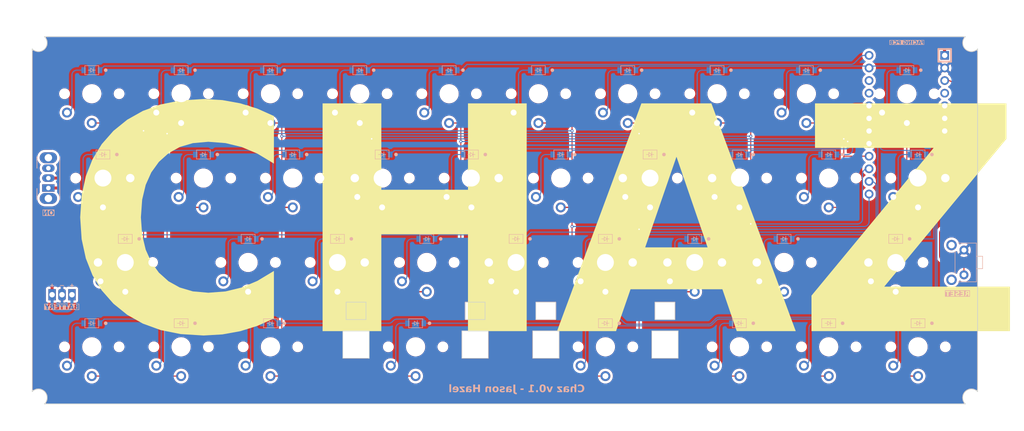
<source format=kicad_pcb>
(kicad_pcb (version 20221018) (generator pcbnew)
  (title_block (title "pcb/chaz") (rev "v1.0.0") (company "Unknown"))
  (layers (0 "F.Cu" signal) (31 "B.Cu" signal) (34 "B.Paste" user) (35 "F.Paste" user) (36 "B.SilkS" user "B.Silkscreen") (37 "F.SilkS" user "F.Silkscreen") (38 "B.Mask" user) (39 "F.Mask" user) (44 "Edge.Cuts" user))
  (net 0 "")
  (net 1 "Net-(BT1-+)")
  (net 2 "/GND")
  (net 3 "/row0")
  (net 4 "Net-(D1-A)")
  (net 5 "Net-(D2-A)")
  (net 6 "Net-(D3-A)")
  (net 7 "Net-(D4-A)")
  (net 8 "Net-(D5-A)")
  (net 9 "/row4")
  (net 10 "Net-(D6-A)")
  (net 11 "Net-(D7-A)")
  (net 12 "Net-(D8-A)")
  (net 13 "Net-(D9-A)")
  (net 14 "Net-(D10-A)")
  (net 15 "/row1")
  (net 16 "Net-(D11-A)")
  (net 17 "Net-(D12-A)")
  (net 18 "Net-(D13-A)")
  (net 19 "Net-(D14-A)")
  (net 20 "Net-(D15-A)")
  (net 21 "/row5")
  (net 22 "Net-(D16-A)")
  (net 23 "Net-(D17-A)")
  (net 24 "Net-(D18-A)")
  (net 25 "Net-(D19-A)")
  (net 26 "Net-(D20-A)")
  (net 27 "/row2")
  (net 28 "Net-(D21-A)")
  (net 29 "Net-(D22-A)")
  (net 30 "Net-(D23-A)")
  (net 31 "Net-(D24-A)")
  (net 32 "Net-(D25-A)")
  (net 33 "/row6")
  (net 34 "Net-(D26-A)")
  (net 35 "Net-(D27-A)")
  (net 36 "Net-(D28-A)")
  (net 37 "Net-(D29-A)")
  (net 38 "/row3")
  (net 39 "Net-(D30-A)")
  (net 40 "Net-(D31-A)")
  (net 41 "Net-(D32-A)")
  (net 42 "Net-(D33-A)")
  (net 43 "/row7")
  (net 44 "Net-(D34-A)")
  (net 45 "Net-(D35-A)")
  (net 46 "Net-(D36-A)")
  (net 47 "Net-(D37-A)")
  (net 48 "/RAW")
  (net 50 "/RST")
  (net 51 "/col0")
  (net 52 "/col1")
  (net 53 "/col2")
  (net 54 "/col3")
  (net 55 "/col4")
  (footprint "0-jasonhazel-footprints:Choc-1u-solder" (layer "F.Cu") (at 108 -51)
    (fp_text reference "SW7")
    (fp_text value "SW_Push_45deg" hide)
  )
  (footprint "0-jasonhazel-footprints:Choc-1u-solder" (layer "F.Cu") (at 31.5 -17)
    (fp_text reference "SW22")
    (fp_text value "SW_Push_45deg" hide)
  )
  (footprint "0-jasonhazel-footprints:Choc-1u-solder" (layer "F.Cu") (at 36 0)
    (fp_text reference "SW32")
    (fp_text value "SW_Push_45deg" hide)
  )
  (footprint "0-jasonhazel-footprints:Choc-1u-solder" (layer "F.Cu") (at 36 -51)
    (fp_text reference "SW3")
    (fp_text value "SW_Push_45deg" hide)
  )
  (footprint "0-jasonhazel-footprints:Choc-1u-solder" (layer "F.Cu") (at 144 -51)
    (fp_text reference "SW9")
    (fp_text value "SW_Push_45deg" hide)
  )
  (footprint "0-jasonhazel-footprints:Choc-1u-solder" (layer "F.Cu") (at 126 -51)
    (fp_text reference "SW8")
    (fp_text value "SW_Push_45deg" hide)
  )
  (footprint "0-jasonhazel-footprints:Choc-1u-solder" (layer "F.Cu") (at 18 -51)
    (fp_text reference "SW2")
    (fp_text value "SW_Push_45deg" hide)
  )
  (footprint "0-jasonhazel-footprints:Choc-1u-solder" (layer "F.Cu") (at 85.5 -17)
    (fp_text reference "SW25")
    (fp_text value "SW_Push_45deg" hide)
  )
  (footprint "0-jasonhazel-footprints:Choc-1u-solder" (layer "F.Cu") (at 112.5 -34)
    (fp_text reference "SW17")
    (fp_text value "SW_Push_45deg" hide)
  )
  (footprint "0-jasonhazel-footprints:Choc-1u-solder" (layer "F.Cu") (at 54 -51)
    (fp_text reference "SW4")
    (fp_text value "SW_Push_45deg" hide)
  )
  (footprint "0-jasonhazel-footprints:Choc-2u-solder" (layer "F.Cu") (at 103.5 0)
    (fp_text reference "SW34")
    (fp_text value "SW_Push_45deg" hide)
    (fp_line (start -14.65 -3.2) (end -14.65 2.3) (stroke (width 0.12)) (layer "Edge.Cuts"))
    (fp_line (start -14.65 -3.2) (end -9.35 -3.2) (stroke (width 0.12)) (layer "Edge.Cuts"))
    (fp_line (start -14.65 2.3) (end -9.35 2.3) (stroke (width 0.12)) (layer "Edge.Cuts"))
    (fp_line (start -14 -9) (end -14 -5.5) (stroke (width 0.12)) (layer "Edge.Cuts"))
    (fp_line (start -14 -9) (end -10 -9) (stroke (width 0.12)) (layer "Edge.Cuts"))
    (fp_line (start -14 -5.5) (end -10 -5.5) (stroke (width 0.12)) (layer "Edge.Cuts"))
    (fp_line (start -10 -5.5) (end -10 -9) (stroke (width 0.12)) (layer "Edge.Cuts"))
    (fp_line (start -9.35 2.3) (end -9.35 -3.2) (stroke (width 0.12)) (layer "Edge.Cuts"))
    (fp_line (start 9.35 -3.2) (end 9.35 2.3) (stroke (width 0.12)) (layer "Edge.Cuts"))
    (fp_line (start 9.35 -3.2) (end 14.65 -3.2) (stroke (width 0.12)) (layer "Edge.Cuts"))
    (fp_line (start 9.35 2.3) (end 14.65 2.3) (stroke (width 0.12)) (layer "Edge.Cuts"))
    (fp_line (start 10 -9) (end 10 -5.5) (stroke (width 0.12)) (layer "Edge.Cuts"))
    (fp_line (start 10 -9) (end 14 -9) (stroke (width 0.12)) (layer "Edge.Cuts"))
    (fp_line (start 10 -5.5) (end 14 -5.5) (stroke (width 0.12)) (layer "Edge.Cuts"))
    (fp_line (start 14 -5.5) (end 14 -9) (stroke (width 0.12)) (layer "Edge.Cuts"))
    (fp_line (start 14.65 2.3) (end 14.65 -3.2) (stroke (width 0.12)) (layer "Edge.Cuts"))
  )
  (footprint "0-jasonhazel-footprints:Choc-1u-solder" (layer "F.Cu") (at 90 -51)
    (fp_text reference "SW6")
    (fp_text value "SW_Push_45deg" hide)
  )
  (footprint "chaz:3JST_BAT" (layer "F.Cu") (at -6 -10.5)
    (fp_text reference "BT1" hide)
    (fp_text value "Battery" hide)
  )
  (footprint "0-jasonhazel-footprints:Choc-1u-solder" (layer "F.Cu") (at 0 0)
    (fp_text reference "SW30")
    (fp_text value "SW_Push_45deg" hide)
  )
  (footprint "0-jasonhazel-footprints:Choc-1u-solder" (layer "F.Cu") (at 67.5 -17)
    (fp_text reference "SW24")
    (fp_text value "SW_Push_45deg" hide)
  )
  (footprint "0-jasonhazel-footprints:Choc-1.25u-solder" (layer "F.Cu") (at 164.25 -51)
    (fp_text reference "SW10")
    (fp_text value "SW_Push_45deg" hide)
  )
  (footprint "0-jasonhazel-footprints:Choc-1.75u-solder" (layer "F.Cu") (at 6.75 -17)
    (fp_text reference "SW21")
    (fp_text value "SW_Push_45deg" hide)
  )
  (footprint "0-jasonhazel-footprints:Choc-1u-solder" (layer "F.Cu") (at 0 -51)
    (fp_text reference "SW1")
    (fp_text value "SW_Push_45deg" hide)
  )
  (footprint "0-jasonhazel-footprints:Choc-1u-solder" (layer "F.Cu") (at 130.5 0)
    (fp_text reference "SW35")
    (fp_text value "SW_Push_45deg" hide)
  )
  (footprint "0-jasonhazel-footprints:Choc-1u-solder" (layer "F.Cu") (at 76.5 -34)
    (fp_text reference "SW15")
    (fp_text value "SW_Push_45deg" hide)
  )
  (footprint "0-jasonhazel-footprints:Choc-1u-solder" (layer "F.Cu") (at 72 -51)
    (fp_text reference "SW5")
    (fp_text value "SW_Push_45deg" hide)
  )
  (footprint "0-jasonhazel-footprints:Choc-1u-solder" (layer "F.Cu") (at 148.5 0)
    (fp_text reference "SW36")
    (fp_text value "SW_Push_45deg" hide)
  )
  (footprint "0-jasonhazel-footprints:Choc-1u-solder" (layer "F.Cu") (at 40.5 -34)
    (fp_text reference "SW13")
    (fp_text value "SW_Push_45deg" hide)
  )
  (footprint "0-jasonhazel-footprints:Choc-1u-solder" (layer "F.Cu") (at 22.5 -34)
    (fp_text reference "SW12")
    (fp_text value "SW_Push_45deg" hide)
  )
  (footprint "0-jasonhazel-footprints:Choc-1.5u-solder" (layer "F.Cu") (at 162 -17)
    (fp_text reference "SW29")
    (fp_text value "SW_Push_45deg" hide)
  )
  (footprint "0-jasonhazel-footprints:Choc-1u-solder" (layer "F.Cu") (at 148.5 -34)
    (fp_text reference "SW19")
    (fp_text value "SW_Push_45deg" hide)
  )
  (footprint "0-jasonhazel-footprints:Choc-1u-solder" (layer "F.Cu") (at 18 0)
    (fp_text reference "SW31")
    (fp_text value "SW_Push_45deg" hide)
  )
  (footprint "0-jasonhazel-footprints:Choc-1.25u-solder" (layer "F.Cu") (at 2.25 -34)
    (fp_text reference "SW11")
    (fp_text value "SW_Push_45deg" hide)
  )
  (footprint "0-jasonhazel-footprints:Choc-1u-solder" (layer "F.Cu") (at 139.5 -17)
    (fp_text reference "SW28")
    (fp_text value "SW_Push_45deg" hide)
  )
  (footprint "0-jasonhazel-footprints:Choc-1u-solder" (layer "F.Cu") (at 130.5 -34)
    (fp_text reference "SW18")
    (fp_text value "SW_Push_45deg" hide)
  )
  (footprint "0-jasonhazel-footprints:Choc-1u-solder" (layer "F.Cu") (at 49.5 -17)
    (fp_text reference "SW23")
    (fp_text value "SW_Push_45deg" hide)
  )
  (footprint "0-jasonhazel-footprints:Choc-1u-solder" (layer "F.Cu") (at 58.5 -34)
    (fp_text reference "SW14")
    (fp_text value "SW_Push_45deg" hide)
  )
  (footprint "0-jasonhazel-footprints:Choc-1u-solder" (layer "F.Cu") (at 166.5 0)
    (fp_text reference "SW37")
    (fp_text value "SW_Push_45deg" hide)
  )
  (footprint "chaz:ArduinoProMicro" (layer "F.Cu") (at 164.25 -44.763 -90)
    (fp_text reference "U1" hide)
    (fp_text value "ProMicro" hide)
  )
  (footprint "0-jasonhazel-footprints:Choc-1u-solder" (layer "F.Cu") (at 94.5 -34)
    (fp_text reference "SW16")
    (fp_text value "SW_Push_45deg" hide)
  )
  (footprint "0-jasonhazel-footprints:Choc-1u-solder" (layer "F.Cu") (at 166.5 -34)
    (fp_text reference "SW20")
    (fp_text value "SW_Push_45deg" hide)
  )
  (footprint "0-jasonhazel-footprints:Choc-1u-solder" (layer "F.Cu") (at 103.5 -17)
    (fp_text reference "SW26")
    (fp_text value "SW_Push_45deg" hide)
  )
  (footprint "0-jasonhazel-footprints:Choc-1u-solder" (layer "F.Cu") (at 121.494981 -17)
    (fp_text reference "SW27")
    (fp_text value "SW_Push_45deg" hide)
  )
  (footprint "0-jasonhazel-footprints:Choc-2.25u-solder" (layer "F.Cu") (at 65.25 0)
    (fp_text reference "SW33")
    (fp_text value "SW_Push_45deg" hide)
    (fp_line (start -14.65 -3.2) (end -14.65 2.3) (stroke (width 0.12)) (layer "Edge.Cuts"))
    (fp_line (start -14.65 -3.2) (end -9.35 -3.2) (stroke (width 0.12)) (layer "Edge.Cuts"))
    (fp_line (start -14.65 2.3) (end -9.35 2.3) (stroke (width 0.12)) (layer "Edge.Cuts"))
    (fp_line (start -14 -9) (end -14 -5.5) (stroke (width 0.12)) (layer "Edge.Cuts"))
    (fp_line (start -14 -9) (end -10 -9) (stroke (width 0.12)) (layer "Edge.Cuts"))
    (fp_line (start -14 -5.5) (end -10 -5.5) (stroke (width 0.12)) (layer "Edge.Cuts"))
    (fp_line (start -10 -5.5) (end -10 -9) (stroke (width 0.12)) (layer "Edge.Cuts"))
    (fp_line (start -9.35 2.3) (end -9.35 -3.2) (stroke (width 0.12)) (layer "Edge.Cuts"))
    (fp_line (start 9.35 -3.2) (end 9.35 2.3) (stroke (width 0.12)) (layer "Edge.Cuts"))
    (fp_line (start 9.35 -3.2) (end 14.65 -3.2) (stroke (width 0.12)) (layer "Edge.Cuts"))
    (fp_line (start 9.35 2.3) (end 14.65 2.3) (stroke (width 0.12)) (layer "Edge.Cuts"))
    (fp_line (start 10 -9) (end 10 -5.5) (stroke (width 0.12)) (layer "Edge.Cuts"))
    (fp_line (start 10 -9) (end 14 -9) (stroke (width 0.12)) (layer "Edge.Cuts"))
    (fp_line (start 10 -5.5) (end 14 -5.5) (stroke (width 0.12)) (layer "Edge.Cuts"))
    (fp_line (start 14 -5.5) (end 14 -9) (stroke (width 0.12)) (layer "Edge.Cuts"))
    (fp_line (start 14.65 2.3) (end 14.65 -3.2) (stroke (width 0.12)) (layer "Edge.Cuts"))
  )
  (footprint "0-jasonhazel-footprints:D_SOD-123" (layer "B.Cu") (at 6.75 -21.75 180)
    (fp_text reference "D21" hide)
    (fp_text value "1N4148W" hide)
  )
  (footprint "0-jasonhazel-footprints:D_SOD-123" (layer "B.Cu") (at 166.5 -38.75 180)
    (fp_text reference "D20" hide)
    (fp_text value "1N4148W" hide)
  )
  (footprint "0-jasonhazel-footprints:D_SOD-123" (layer "B.Cu") (at 65.25 -4.75 180)
    (fp_text reference "D33" hide)
    (fp_text value "1N4148W" hide)
  )
  (footprint "0-jasonhazel-footprints:D_SOD-123" (layer "B.Cu") (at 36 -4.75 180)
    (fp_text reference "D32" hide)
    (fp_text value "1N4148W" hide)
  )
  (footprint "0-jasonhazel-footprints:D_SOD-123" (layer "B.Cu") (at 103.5 -21.75 180)
    (fp_text reference "D26" hide)
    (fp_text value "1N4148W" hide)
  )
  (footprint "0-jasonhazel-footprints:D_SOD-123" (layer "B.Cu") (at 76.5 -38.75 180)
    (fp_text reference "D15" hide)
    (fp_text value "1N4148W" hide)
  )
  (footprint "0-jasonhazel-footprints:D_SOD-123" (layer "B.Cu") (at 0 -4.75 180)
    (fp_text reference "D30" hide)
    (fp_text value "1N4148W" hide)
  )
  (footprint "0-jasonhazel-footprints:D_SOD-123" (layer "B.Cu") (at 166.5 -4.75 180)
    (fp_text reference "D37" hide)
    (fp_text value "1N4148W" hide)
  )
  (footprint "0-jasonhazel-footprints:D_SOD-123" (layer "B.Cu") (at 103.5 -4.75 180)
    (fp_text reference "D34" hide)
    (fp_text value "1N4148W" hide)
  )
  (footprint "0-jasonhazel-footprints:D_SOD-123" (layer "B.Cu") (at 18 -55.75 180)
    (fp_text reference "D2" hide)
    (fp_text value "1N4148W" hide)
  )
  (footprint "0-jasonhazel-footprints:D_SOD-123" (layer "B.Cu") (at 90 -55.75 180)
    (fp_text reference "D6" hide)
    (fp_text value "1N4148W" hide)
  )
  (footprint "0-jasonhazel-footprints:SW_CuK_OS102011MA1QN1_SPDT_Angled" (layer "B.Cu") (at -8.75 -32 90)
    (fp_text reference "PWR1")
    (fp_text value "SW_SPDT")
  )
  (footprint "0-jasonhazel-footprints:D_SOD-123" (layer "B.Cu") (at 72 -55.75 180)
    (fp_text reference "D5" hide)
    (fp_text value "1N4148W" hide)
  )
  (footprint "0-jasonhazel-footprints:D_SOD-123" (layer "B.Cu") (at 31.5 -21.75 180)
    (fp_text reference "D22" hide)
    (fp_text value "1N4148W" hide)
  )
  (footprint "0-jasonhazel-footprints:D_SOD-123" (layer "B.Cu") (at 67.5 -21.75 180)
    (fp_text reference "D24" hide)
    (fp_text value "1N4148W" hide)
  )
  (footprint "0-jasonhazel-footprints:D_SOD-123" (layer "B.Cu") (at 126 -55.75 180)
    (fp_text reference "D8" hide)
    (fp_text value "1N4148W" hide)
  )
  (footprint "0-jasonhazel-footprints:D_SOD-123" (layer "B.Cu") (at 144 -55.75 180)
    (fp_text reference "D9" hide)
    (fp_text value "1N4148W" hide)
  )
  (footprint "0-jasonhazel-footprints:D_SOD-123" (layer "B.Cu") (at 130.5 -4.75 180)
    (fp_text reference "D35" hide)
    (fp_text value "1N4148W" hide)
  )
  (footprint "0-jasonhazel-footprints:D_SOD-123" (layer "B.Cu") (at 22.5 -38.75 180)
    (fp_text reference "D12" hide)
    (fp_text value "1N4148W" hide)
  )
  (footprint "0-jasonhazel-footprints:D_SOD-123" (layer "B.Cu") (at 164.25 -55.75 180)
    (fp_text reference "D10" hide)
    (fp_text value "1N4148W" hide)
  )
  (footprint "0-jasonhazel-footprints:D_SOD-123" (layer "B.Cu") (at 58.5 -38.75 180)
    (fp_text reference "D14" hide)
    (fp_text value "1N4148W" hide)
  )
  (footprint "0-jasonhazel-footprints:D_SOD-123" (layer "B.Cu") (at 112.5 -38.75 180)
    (fp_text reference "D17" hide)
    (fp_text value "1N4148W" hide)
  )
  (footprint "0-jasonhazel-footprints:D_SOD-123" (layer "B.Cu") (at 94.5 -38.75 180)
    (fp_text reference "D16" hide)
    (fp_text value "1N4148W" hide)
  )
  (footprint "0-jasonhazel-footprints:D_SOD-123" (layer "B.Cu") (at 130.5 -38.75 180)
    (fp_text reference "D18" hide)
    (fp_text value "1N4148W" hide)
  )
  (footprint "0-jasonhazel-footprints:D_SOD-123" (layer "B.Cu") (at 49.5 -21.75 180)
    (fp_text reference "D23" hide)
    (fp_text value "1N4148W" hide)
  )
  (footprint "0-jasonhazel-footprints:D_SOD-123" (layer "B.Cu") (at 36 -55.75 180)
    (fp_text reference "D3" hide)
    (fp_text value "1N4148W" hide)
  )
  (footprint "0-jasonhazel-footprints:D_SOD-123" (layer "B.Cu") (at 0 -55.75 180)
    (fp_text reference "D1" hide)
    (fp_text value "1N4148W" hide)
  )
  (footprint "0-jasonhazel-footprints:D_SOD-123" (layer "B.Cu") (at 85.5 -21.75 180)
    (fp_text reference "D25" hide)
    (fp_text value "1N4148W" hide)
  )
  (footprint "0-jasonhazel-footprints:D_SOD-123" (layer "B.Cu") (at 162 -21.75 180)
    (fp_text reference "D29" hide)
    (fp_text value "1N4148W" hide)
  )
  (footprint "0-jasonhazel-footprints:D_SOD-123" (layer "B.Cu") (at 2.25 -38.75 180)
    (fp_text reference "D11" hide)
    (fp_text value "1N4148W" hide)
  )
  (footprint "0-jasonhazel-footprints:D_SOD-123" (layer "B.Cu") (at 148.5 -38.75 180)
    (fp_text reference "D19" hide)
    (fp_text value "1N4148W" hide)
  )
  (footprint "0-jasonhazel-footprints:D_SOD-123" (layer "B.Cu") (at 40.5 -38.75 180)
    (fp_text reference "D13" hide)
    (fp_text value "1N4148W" hide)
  )
  (footprint "0-jasonhazel-footprints:D_SOD-123" (layer "B.Cu") (at 139.5 -21.75 180)
    (fp_text reference "D28" hide)
    (fp_text value "1N4148W" hide)
  )
  (footprint "0-jasonhazel-footprints:D_SOD-123" (layer "B.Cu") (at 148.5 -4.75 180)
    (fp_text reference "D36" hide)
    (fp_text value "1N4148W" hide)
  )
  (footprint "0-jasonhazel-footprints:D_SOD-123" (layer "B.Cu") (at 18 -4.75 180)
    (fp_text reference "D31" hide)
    (fp_text value "1N4148W" hide)
  )
  (footprint "0-jasonhazel-footprints:D_SOD-123" (layer "B.Cu") (at 121.5 -21.75 180)
    (fp_text reference "D27" hide)
    (fp_text value "1N4148W" hide)
  )
  (footprint "0-jasonhazel-footprints:D_SOD-123" (layer "B.Cu") (at 108 -55.75 180)
    (fp_text reference "D7" hide)
    (fp_text value "1N4148W" hide)
  )
  (footprint "chaz:SKHLLCA010" (layer "B.Cu") (at 174.5 -17 90)
    (fp_text reference "RST1")
    (fp_text value "SW_Push_45deg" hide)
  )
  (footprint "0-jasonhazel-footprints:D_SOD-123" (layer "B.Cu") (at 54 -55.75 180)
    (fp_text reference "D4" hide)
    (fp_text value "1N4148W" hide)
  )
  (gr_line (start 176.025255 11.5) (end -9.525255 11.5) (stroke (width 0.15)) (layer "Edge.Cuts"))
  (gr_arc (start 178.5 -60.025255) (mid 176.012563 -60.012563) (end 176.025255 -62.5) (stroke (width 0.15)) (layer "Edge.Cuts"))
  (gr_line (start -12 9.025255) (end -12 -60.025255) (stroke (width 0.15)) (layer "Edge.Cuts"))
  (gr_arc (start 176.025255 11.5) (mid 176.012563 9.012563) (end 178.5 9.025255) (stroke (width 0.15)) (layer "Edge.Cuts"))
  (gr_line (start -9.525255 -62.5) (end 176.025255 -62.5) (stroke (width 0.15)) (layer "Edge.Cuts"))
  (gr_arc (start -9.525255 -62.5) (mid -9.512563 -60.012563) (end -12 -60.025255) (stroke (width 0.15)) (layer "Edge.Cuts"))
  (gr_line (start 178.5 -60.025255) (end 178.5 9.025255) (stroke (width 0.15)) (layer "Edge.Cuts"))
  (gr_arc (start -12 9.025255) (mid -9.512563 9.012563) (end -9.525255 11.5) (stroke (width 0.15)) (layer "Edge.Cuts"))
  (gr_text "Chaz v0.1 - Jason Hazel" (at 85.617216 8.51431) (layer "B.SilkS") (effects (font (size 1.5 1.5) (thickness 0.3) bold) (justify mirror)))
  (gr_text "CHAZ" (at -5.475313 4.490624) (layer "F.SilkS") (effects (font (size 45 45) (thickness 0.3) bold) (justify left bottom)))
  (segment (start -5.943821 -28.32393) (end -5.943821 -31) (width 0.6) (layer "F.Cu") (net 1))
  (segment (start -8 -10.5) (end -8 -26.32393) (width 0.6) (layer "F.Cu") (net 1))
  (segment (start -6.943821 -32) (end -8.75 -32) (width 0.6) (layer "F.Cu") (net 1))
  (segment (start -7 -27.32393) (end -6.943821 -27.32393) (width 0.6) (layer "F.Cu") (net 1))
  (arc (start -7 -27.32393) (mid -7.707107 -27.031037) (end -8 -26.32393) (width 0.6) (layer "F.Cu") (net 1))
  (arc (start -5.943821 -28.32393) (mid -6.236714 -27.616823) (end -6.943821 -27.32393) (width 0.6) (layer "F.Cu") (net 1))
  (arc (start -5.943821 -31) (mid -6.236714 -31.707107) (end -6.943821 -32) (width 0.6) (layer "F.Cu") (net 1))
  (segment (start -8 -10.5) (end -8 -8.229571) (width 0.6) (layer "B.Cu") (net 1))
  (segment (start -7 -7.229571) (end -5 -7.229571) (width 0.6) (layer "B.Cu") (net 1))
  (segment (start -8 -9.821083) (end -8 -10.5) (width 0.6) (layer "B.Cu") (net 1))
  (segment (start -4 -8.229571) (end -4 -10.5) (width 0.6) (layer "B.Cu") (net 1))
  (arc (start -7 -7.229571) (mid -7.707107 -7.522464) (end -8 -8.229571) (width 0.6) (layer "B.Cu") (net 1))
  (arc (start -5 -7.229571) (mid -4.292893 -7.522464) (end -4 -8.229571) (width 0.6) (layer "B.Cu") (net 1))
  (segment (start 74.447056 -55.75) (end 75.601056 -56.904) (width 0.2) (layer "B.Cu") (net 3))
  (segment (start 56.477 -56.577) (end 72.823 -56.577) (width 0.2) (layer "B.Cu") (net 3))
  (segment (start 72.823 -56.577) (end 73.65 -55.75) (width 0.2) (layer "B.Cu") (net 3))
  (segment (start 2.477 -56.577) (end 18.823 -56.577) (width 0.2) (layer "B.Cu") (net 3))
  (segment (start 155.636112 -58.733) (end 156.63 -58.733) (width 0.2) (layer "B.Cu") (net 3))
  (segment (start 36.823 -56.577) (end 37.65 -55.75) (width 0.2) (layer "B.Cu") (net 3))
  (segment (start 55.65 -55.75) (end 56.477 -56.577) (width 0.2) (layer "B.Cu") (net 3))
  (segment (start 18.823 -56.577) (end 19.65 -55.75) (width 0.2) (layer "B.Cu") (net 3))
  (segment (start 54.823 -56.577) (end 55.65 -55.75) (width 0.2) (layer "B.Cu") (net 3))
  (segment (start 75.601056 -56.904) (end 152.978684 -56.904) (width 0.2) (layer "B.Cu") (net 3))
  (segment (start 20.477 -56.577) (end 36.823 -56.577) (width 0.2) (layer "B.Cu") (net 3))
  (segment (start 1.65 -55.75) (end 2.477 -56.577) (width 0.2) (layer "B.Cu") (net 3))
  (segment (start 37.65 -55.75) (end 38.477 -56.577) (width 0.2) (layer "B.Cu") (net 3))
  (segment (start 153.685791 -57.196893) (end 154.929005 -58.440107) (width 0.2) (layer "B.Cu") (net 3))
  (segment (start 73.65 -55.75) (end 74.447056 -55.75) (width 0.2) (layer "B.Cu") (net 3))
  (segment (start 19.65 -55.75) (end 20.477 -56.577) (width 0.2) (layer "B.Cu") (net 3))
  (segment (start 38.477 -56.577) (end 54.823 -56.577) (width 0.2) (layer "B.Cu") (net 3))
  (arc (start 153.685791 -57.196893) (mid 153.361368 -56.98012) (end 152.978684 -56.904) (width 0.2) (layer "B.Cu") (net 3))
  (arc (start 154.929005 -58.440107) (mid 155.253428 -58.65688) (end 155.636112 -58.733) (width 0.2) (layer "B.Cu") (net 3))
  (segment (start -4 -48.2) (end -4 -54.75) (width 0.2) (layer "B.Cu") (net 4))
  (segment (start -5 -47.2) (end -5 -47.2) (width 0.2) (layer "B.Cu") (net 4))
  (segment (start -3 -55.75) (end -1.65 -55.75) (width 0.2) (layer "B.Cu") (net 4))
  (arc (start -4 -54.75) (mid -3.707107 -55.457107) (end -3 -55.75) (width 0.2) (layer "B.Cu") (net 4))
  (arc (start -4 -48.2) (mid -4.292893 -47.492893) (end -5 -47.2) (width 0.2) (layer "B.Cu") (net 4))
  (segment (start 14 -48.2) (end 14 -54.75) (width 0.2) (layer "B.Cu") (net 5))
  (segment (start 13 -47.2) (end 13 -47.2) (width 0.2) (layer "B.Cu") (net 5))
  (segment (start 15 -55.75) (end 16.35 -55.75) (width 0.2) (layer "B.Cu") (net 5))
  (arc (start 15 -55.75) (mid 14.292893 -55.457107) (end 14 -54.75) (width 0.2) (layer "B.Cu") (net 5))
  (arc (start 13 -47.2) (mid 13.707107 -47.492893) (end 14 -48.2) (width 0.2) (layer "B.Cu") (net 5))
  (segment (start 31 -47.2) (end 31 -47.2) (width 0.2) (layer "B.Cu") (net 6))
  (segment (start 33 -55.75) (end 34.35 -55.75) (width 0.2) (layer "B.Cu") (net 6))
  (segment (start 32 -48.2) (end 32 -54.75) (width 0.2) (layer "B.Cu") (net 6))
  (arc (start 31 -47.2) (mid 31.707107 -47.492893) (end 32 -48.2) (width 0.2) (layer "B.Cu") (net 6))
  (arc (start 33 -55.75) (mid 32.292893 -55.457107) (end 32 -54.75) (width 0.2) (layer "B.Cu") (net 6))
  (segment (start 50 -48.2) (end 50 -54.75) (width 0.2) (layer "B.Cu") (net 7))
  (segment (start 49 -47.2) (end 49 -47.2) (width 0.2) (layer "B.Cu") (net 7))
  (segment (start 51 -55.75) (end 52.35 -55.75) (width 0.2) (layer "B.Cu") (net 7))
  (arc (start 49 -47.2) (mid 49.707107 -47.492893) (end 50 -48.2) (width 0.2) (layer "B.Cu") (net 7))
  (arc (start 51 -55.75) (mid 50.292893 -55.457107) (end 50 -54.75) (width 0.2) (layer "B.Cu") (net 7))
  (segment (start 69 -55.75) (end 70.35 -55.75) (width 0.2) (layer "B.Cu") (net 8))
  (segment (start 68 -48.2) (end 68 -54.75) (width 0.2) (layer "B.Cu") (net 8))
  (segment (start 67 -47.2) (end 67 -47.2) (width 0.2) (layer "B.Cu") (net 8))
  (arc (start 69 -55.75) (mid 68.292893 -55.457107) (end 68 -54.75) (width 0.2) (layer "B.Cu") (net 8))
  (arc (start 67 -47.2) (mid 67.707107 -47.492893) (end 68 -48.2) (width 0.2) (layer "B.Cu") (net 8))
  (segment (start 128.477 -56.577) (end 144.823 -56.577) (width 0.2) (layer "B.Cu") (net 9))
  (segment (start 92.477 -56.577) (end 108.823 -56.577) (width 0.2) (layer "B.Cu") (net 9))
  (segment (start 165.073 -56.577) (end 165.9 -55.75) (width 0.2) (layer "B.Cu") (net 9))
  (segment (start 145.65 -55.75) (end 146.477 -56.577) (width 0.2) (layer "B.Cu") (net 9))
  (segment (start 126.823 -56.577) (end 127.65 -55.75) (width 0.2) (layer "B.Cu") (net 9))
  (segment (start 144.823 -56.577) (end 145.65 -55.75) (width 0.2) (layer "B.Cu") (net 9))
  (segment (start 146.477 -56.577) (end 165.073 -56.577) (width 0.2) (layer "B.Cu") (net 9))
  (segment (start 109.65 -55.75) (end 110.477 -56.577) (width 0.2) (layer "B.Cu") (net 9))
  (segment (start 108.823 -56.577) (end 109.65 -55.75) (width 0.2) (layer "B.Cu") (net 9))
  (segment (start 91.65 -55.75) (end 92.477 -56.577) (width 0.2) (layer "B.Cu") (net 9))
  (segment (start 127.65 -55.75) (end 128.477 -56.577) (width 0.2) (layer "B.Cu") (net 9))
  (segment (start 110.477 -56.577) (end 126.823 -56.577) (width 0.2) (layer "B.Cu") (net 9))
  (segment (start 87 -55.75) (end 88.35 -55.75) (width 0.2) (layer "B.Cu") (net 10))
  (segment (start 85 -47.2) (end 85 -47.2) (width 0.2) (layer "B.Cu") (net 10))
  (segment (start 86 -48.2) (end 86 -54.75) (width 0.2) (layer "B.Cu") (net 10))
  (arc (start 86 -48.2) (mid 85.707107 -47.492893) (end 85 -47.2) (width 0.2) (layer "B.Cu") (net 10))
  (arc (start 86 -54.75) (mid 86.292893 -55.457107) (end 87 -55.75) (width 0.2) (layer "B.Cu") (net 10))
  (segment (start 105 -55.75) (end 106.35 -55.75) (width 0.2) (layer "B.Cu") (net 11))
  (segment (start 103 -47.2) (end 103 -47.2) (width 0.2) (layer "B.Cu") (net 11))
  (segment (start 104 -48.2) (end 104 -54.75) (width 0.2) (layer "B.Cu") (net 11))
  (arc (start 103 -47.2) (mid 103.707107 -47.492893) (end 104 -48.2) (width 0.2) (layer "B.Cu") (net 11))
  (arc (start 105 -55.75) (mid 104.292893 -55.457107) (end 104 -54.75) (width 0.2) (layer "B.Cu") (net 11))
  (segment (start 121 -47.2) (end 121 -47.2) (width 0.2) (layer "B.Cu") (net 12))
  (segment (start 122 -48.2) (end 122 -54.75) (width 0.2) (layer "B.Cu") (net 12))
  (segment (start 123 -55.75) (end 124.35 -55.75) (width 0.2) (layer "B.Cu") (net 12))
  (arc (start 122 -54.75) (mid 122.292893 -55.457107) (end 123 -55.75) (width 0.2) (layer "B.Cu") (net 12))
  (arc (start 121 -47.2) (mid 121.707107 -47.492893) (end 122 -48.2) (width 0.2) (layer "B.Cu") (net 12))
  (segment (start 139 -47.2) (end 139 -47.2) (width 0.2) (layer "B.Cu") (net 13))
  (segment (start 141 -55.75) (end 142.35 -55.75) (width 0.2) (layer "B.Cu") (net 13))
  (segment (start 140 -48.2) (end 140 -54.75) (width 0.2) (layer "B.Cu") (net 13))
  (arc (start 141 -55.75) (mid 140.292893 -55.457107) (end 140 -54.75) (width 0.2) (layer "B.Cu") (net 13))
  (arc (start 139 -47.2) (mid 139.707107 -47.492893) (end 140 -48.2) (width 0.2) (layer "B.Cu") (net 13))
  (segment (start 161.25 -55.75) (end 162.6 -55.75) (width 0.2) (layer "B.Cu") (net 14))
  (segment (start 159.25 -47.2) (end 159.25 -47.2) (width 0.2) (layer "B.Cu") (net 14))
  (segment (start 160.25 -48.2) (end 160.25 -54.75) (width 0.2) (layer "B.Cu") (net 14))
  (arc (start 160.25 -54.75) (mid 160.542893 -55.457107) (end 161.25 -55.75) (width 0.2) (layer "B.Cu") (net 14))
  (arc (start 159.25 -47.2) (mid 159.957107 -47.492893) (end 160.25 -48.2) (width 0.2) (layer "B.Cu") (net 14))
  (segment (start 4.727 -39.577) (end 23.323 -39.577) (width 0.2) (layer "B.Cu") (net 15))
  (segment (start 42.15 -38.75) (end 42.977 -39.577) (width 0.2) (layer "B.Cu") (net 15))
  (segment (start 78.15 -38.75) (end 79.304 -39.904) (width 0.2) (layer "B.Cu") (net 15))
  (segment (start 60.15 -38.75) (end 60.977 -39.577) (width 0.2) (layer "B.Cu") (net 15))
  (segment (start 79.304 -39.904) (end 151.95189 -39.904) (width 0.2) (layer "B.Cu") (net 15))
  (segment (start 41.323 -39.577) (end 42.15 -38.75) (width 0.2) (layer "B.Cu") (net 15))
  (segment (start 42.977 -39.577) (end 59.323 -39.577) (width 0.2) (layer "B.Cu") (net 15))
  (segment (start 59.323 -39.577) (end 60.15 -38.75) (width 0.2) (layer "B.Cu") (net 15))
  (segment (start 153.95189 -48.573) (end 156.63 -48.573) (width 0.2) (layer "B.Cu") (net 15))
  (segment (start 24.977 -39.577) (end 41.323 -39.577) (width 0.2) (layer "B.Cu") (net 15))
  (segment (start 24.15 -38.75) (end 24.977 -39.577) (width 0.2) (layer "B.Cu") (net 15))
  (segment (start 3.9 -38.75) (end 4.727 -39.577) (width 0.2) (layer "B.Cu") (net 15))
  (segment (start 77.323 -39.577) (end 78.15 -38.75) (width 0.2) (layer "B.Cu") (net 15))
  (segment (start 60.977 -39.577) (end 77.323 -39.577) (width 0.2) (layer "B.Cu") (net 15))
  (segment (start 152.95189 -40.904) (end 152.95189 -47.573) (width 0.2) (layer "B.Cu") (net 15))
  (segment (start 23.323 -39.577) (end 24.15 -38.75) (width 0.2) (layer "B.Cu") (net 15))
  (arc (start 151.95189 -39.904) (mid 152.658997 -40.196893) (end 152.95189 -40.904) (width 0.2) (layer "B.Cu") (net 15))
  (arc (start 152.95189 -47.573) (mid 153.244783 -48.280107) (end 153.95189 -48.573) (width 0.2) (layer "B.Cu") (net 15))
  (segment (start -2.75 -30.2) (end -2.75 -30.2) (width 0.2) (layer "B.Cu") (net 16))
  (segment (start -1.75 -31.2) (end -1.75 -37.75) (width 0.2) (layer "B.Cu") (net 16))
  (segment (start -0.75 -38.75) (end 0.6 -38.75) (width 0.2) (layer "B.Cu") (net 16))
  (arc (start -1.75 -31.2) (mid -2.042893 -30.492893) (end -2.75 -30.2) (width 0.2) (layer "B.Cu") (net 16))
  (arc (start -1.75 -37.75) (mid -1.457107 -38.457107) (end -0.75 -38.75) (width 0.2) (layer "B.Cu") (net 16))
  (segment (start 18.5 -31.2) (end 18.5 -37.75) (width 0.2) (layer "B.Cu") (net 17))
  (segment (start 19.5 -38.75) (end 20.85 -38.75) (width 0.2) (layer "B.Cu") (net 17))
  (segment (start 17.5 -30.2) (end 17.5 -30.2) (width 0.2) (layer "B.Cu") (net 17))
  (arc (start 18.5 -37.75) (mid 18.792893 -38.457107) (end 19.5 -38.75) (width 0.2) (layer "B.Cu") (net 17))
  (arc (start 17.5 -30.2) (mid 18.207107 -30.492893) (end 18.5 -31.2) (width 0.2) (layer "B.Cu") (net 17))
  (segment (start 37.5 -38.75) (end 38.85 -38.75) (width 0.2) (layer "B.Cu") (net 18))
  (segment (start 36.5 -31.2) (end 36.5 -37.75) (width 0.2) (layer "B.Cu") (net 18))
  (segment (start 35.5 -30.2) (end 35.5 -30.2) (width 0.2) (layer "B.Cu") (net 18))
  (arc (start 35.5 -30.2) (mid 36.207107 -30.492893) (end 36.5 -31.2) (width 0.2) (layer "B.Cu") (net 18))
  (arc (start 36.5 -37.75) (mid 36.792893 -38.457107) (end 37.5 -38.75) (width 0.2) (layer "B.Cu") (net 18))
  (segment (start 53.5 -30.2) (end 53.5 -30.2) (width 0.2) (layer "B.Cu") (net 19))
  (segment (start 54.5 -31.2) (end 54.5 -37.75) (width 0.2) (layer "B.Cu") (net 19))
  (segment (start 55.5 -38.75) (end 56.85 -38.75) (width 0.2) (layer "B.Cu") (net 19))
  (arc (start 54.5 -37.75) (mid 54.792893 -38.457107) (end 55.5 -38.75) (width 0.2) (layer "B.Cu") (net 19))
  (arc (start 54.5 -31.2) (mid 54.207107 -30.492893) (end 53.5 -30.2) (width 0.2) (layer "B.Cu") (net 19))
  (segment (start 71.5 -30.2) (end 71.5 -30.2) (width 0.2) (layer "B.Cu") (net 20))
  (segment (start 73.5 -38.75) (end 74.85 -38.75) (width 0.2) (layer "B.Cu") (net 20))
  (segment (start 72.5 -31.2) (end 72.5 -37.75) (width 0.2) (layer "B.Cu") (net 20))
  (arc (start 71.5 -30.2) (mid 72.207107 -30.492893) (end 72.5 -31.2) (width 0.2) (layer "B.Cu") (net 20))
  (arc (start 73.5 -38.75) (mid 72.792893 -38.457107) (end 72.5 -37.75) (width 0.2) (layer "B.Cu") (net 20))
  (segment (start 158.764554 -45.033) (end 158.764554 -40.577) (width 0.2) (layer "B.Cu") (net 21))
  (segment (start 159.764554 -39.577) (end 167.323 -39.577) (width 0.2) (layer "B.Cu") (net 21))
  (segment (start 167.323 -39.577) (end 168.15 -38.75) (width 0.2) (layer "B.Cu") (net 21))
  (segment (start 114.15 -38.75) (end 114.977 -39.577) (width 0.2) (layer "B.Cu") (net 21))
  (segment (start 132.977 -39.577) (end 149.323 -39.577) (width 0.2) (layer "B.Cu") (net 21))
  (segment (start 131.323 -39.577) (end 132.15 -38.75) (width 0.2) (layer "B.Cu") (net 21))
  (segment (start 156.63 -46.033) (end 157.764554 -46.033) (width 0.2) (layer "B.Cu") (net 21))
  (segment (start 96.15 -38.75) (end 96.977 -39.577) (width 0.2) (layer "B.Cu") (net 21))
  (segment (start 113.323 -39.577) (end 114.15 -38.75) (width 0.2) (layer "B.Cu") (net 21))
  (segment (start 96.977 -39.577) (end 113.323 -39.577) (width 0.2) (layer "B.Cu") (net 21))
  (segment (start 150.15 -38.75) (end 152.295133 -38.75) (width 0.2) (layer "B.Cu") (net 21))
  (segment (start 154.295133 -46.033) (end 156.63 -46.033) (width 0.2) (layer "B.Cu") (net 21))
  (segment (start 132.15 -38.75) (end 132.977 -39.577) (width 0.2) (layer "B.Cu") (net 21))
  (segment (start 114.977 -39.577) (end 131.323 -39.577) (width 0.2) (layer "B.Cu") (net 21))
  (segment (start 153.295133 -39.75) (end 153.295133 -45.033) (width 0.2) (layer "B.Cu") (net 21))
  (segment (start 149.323 -39.577) (end 150.15 -38.75) (width 0.2) (layer "B.Cu") (net 21))
  (arc (start 153.295133 -45.033) (mid 153.588026 -45.740107) (end 154.295133 -46.033) (width 0.2) (layer "B.Cu") (net 21))
  (arc (start 159.764554 -39.577) (mid 159.057447 -39.869893) (end 158.764554 -40.577) (width 0.2) (layer "B.Cu") (net 21))
  (arc (start 158.764554 -45.033) (mid 158.471661 -45.740107) (end 157.764554 -46.033) (width 0.2) (layer "B.Cu") (net 21))
  (arc (start 153.295133 -39.75) (mid 153.00224 -39.042893) (end 152.295133 -38.75) (width 0.2) (layer "B.Cu") (net 21))
  (segment (start 89.5 -30.2) (end 89.5 -30.2) (width 0.2) (layer "B.Cu") (net 22))
  (segment (start 90.5 -31.2) (end 90.5 -37.75) (width 0.2) (layer "B.Cu") (net 22))
  (segment (start 91.5 -38.75) (end 92.85 -38.75) (width 0.2) (layer "B.Cu") (net 22))
  (arc (start 89.5 -30.2) (mid 90.207107 -30.492893) (end 90.5 -31.2) (width 0.2) (layer "B.Cu") (net 22))
  (arc (start 91.5 -38.75) (mid 90.792893 -38.457107) (end 90.5 -37.75) (width 0.2) (layer "B.Cu") (net 22))
  (segment (start 109.5 -38.75) (end 110.85 -38.75) (width 0.2) (layer "B.Cu") (net 23))
  (segment (start 108.5 -31.2) (end 108.5 -37.75) (width 0.2) (layer "B.Cu") (net 23))
  (segment (start 107.5 -30.2) (end 107.5 -30.2) (width 0.2) (layer "B.Cu") (net 23))
  (arc (start 108.5 -31.2) (mid 108.207107 -30.492893) (end 107.5 -30.2) (width 0.2) (layer "B.Cu") (net 23))
  (arc (start 108.5 -37.75) (mid 108.792893 -38.457107) (end 109.5 -38.75) (width 0.2) (layer "B.Cu") (net 23))
  (segment (start 125.5 -30.2) (end 125.5 -30.2) (width 0.2) (layer "B.Cu") (net 24))
  (segment (start 126.5 -31.2) (end 126.5 -37.75) (width 0.2) (layer "B.Cu") (net 24))
  (segment (start 127.5 -38.75) (end 128.85 -38.75) (width 0.2) (layer "B.Cu") (net 24))
  (arc (start 126.5 -37.75) (mid 126.792893 -38.457107) (end 127.5 -38.75) (width 0.2) (layer "B.Cu") (net 24))
  (arc (start 126.5 -31.2) (mid 126.207107 -30.492893) (end 125.5 -30.2) (width 0.2) (layer "B.Cu") (net 24))
  (segment (start 145.5 -38.75) (end 146.85 -38.75) (width 0.2) (layer "B.Cu") (net 25))
  (segment (start 143.5 -30.2) (end 143.5 -30.2) (width 0.2) (layer "B.Cu") (net 25))
  (segment (start 144.5 -31.2) (end 144.5 -37.75) (width 0.2) (layer "B.Cu") (net 25))
  (arc (start 145.5 -38.75) (mid 144.792893 -38.457107) (end 144.5 -37.75) (width 0.2) (layer "B.Cu") (net 25))
  (arc (start 143.5 -30.2) (mid 144.207107 -30.492893) (end 144.5 -31.2) (width 0.2) (layer "B.Cu") (net 25))
  (segment (start 161.5 -30.2) (end 161.5 -30.2) (width 0.2) (layer "B.Cu") (net 26))
  (segment (start 162.5 -31.2) (end 162.5 -37.75) (width 0.2) (layer "B.Cu") (net 26))
  (segment (start 163.5 -38.75) (end 164.85 -38.75) (width 0.2) (layer "B.Cu") (net 26))
  (arc (start 162.5 -31.2) (mid 162.207107 -30.492893) (end 161.5 -30.2) (width 0.2) (layer "B.Cu") (net 26))
  (arc (start 162.5 -37.75) (mid 162.792893 -38.457107) (end 163.5 -38.75) (width 0.2) (layer "B.Cu") (net 26))
  (segment (start 33.15 -21.75) (end 33.977 -22.577) (width 0.2) (layer "B.Cu") (net 27))
  (segment (start 69.977 -22.577) (end 86.323 -22.577) (width 0.2) (layer "B.Cu") (net 27))
  (segment (start 86.323 -22.577) (end 87.15 -21.75) (width 0.2) (layer "B.Cu") (net 27))
  (segment (start 157.389763 -43.493) (end 156.63 -43.493) (width 0.2) (layer "B.Cu") (net 27))
  (segment (start 68.323 -22.577) (end 69.15 -21.75) (width 0.2) (layer "B.Cu") (net 27))
  (segment (start 50.323 -22.577) (end 51.15 -21.75) (width 0.2) (layer "B.Cu") (net 27))
  (segment (start 152.487994 -23.1035) (end 157.389763 -23.1035) (width 0.2) (layer "B.Cu") (net 27))
  (segment (start 9.227 -22.577) (end 32.323 -22.577) (width 0.2) (layer "B.Cu") (net 27))
  (segment (start 69.15 -21.75) (end 69.977 -22.577) (width 0.2) (layer "B.Cu") (net 27))
  (segment (start 51.977 -22.577) (end 68.323 -22.577) (width 0.2) (layer "B.Cu") (net 27))
  (segment (start 32.323 -22.577) (end 33.15 -21.75) (width 0.2) (layer "B.Cu") (net 27))
  (segment (start 8.4 -21.75) (end 9.227 -22.577) (width 0.2) (layer "B.Cu") (net 27))
  (segment (start 158.389763 -24.1035) (end 158.389763 -42.493) (width 0.2) (layer "B.Cu") (net 27))
  (segment (start 33.977 -22.577) (end 50.323 -22.577) (width 0.2) (layer "B.Cu") (net 27))
  (segment (start 51.15 -21.75) (end 51.977 -22.577) (width 0.2) (layer "B.Cu") (net 27))
  (segment (start 152.487994 -23.1035) (end 88.5035 -23.1035) (width 0.2) (layer "B.Cu") (net 27))
  (segment (start 88.5035 -23.1035) (end 87.15 -21.75) (width 0.2) (layer "B.Cu") (net 27))
  (arc (start 157.389763 -43.493) (mid 158.09687 -43.200107) (end 158.389763 -42.493) (width 0.2) (layer "B.Cu") (net 27))
  (arc (start 157.389763 -23.1035) (mid 158.09687 -23.396393) (end 158.389763 -24.1035) (width 0.2) (layer "B.Cu") (net 27))
  (segment (start 1.75 -13.2) (end 1.75 -13.2) (width 0.2) (layer "B.Cu") (net 28))
  (segment (start 2.75 -14.2) (end 2.75 -20.75) (width 0.2) (layer "B.Cu") (net 28))
  (segment (start 3.75 -21.75) (end 5.1 -21.75) (width 0.2) (layer "B.Cu") (net 28))
  (arc (start 2.75 -14.2) (mid 2.457107 -13.492893) (end 1.75 -13.2) (width 0.2) (layer "B.Cu") (net 28))
  (arc (start 3.75 -21.75) (mid 3.042893 -21.457107) (end 2.75 -20.75) (width 0.2) (layer "B.Cu") (net 28))
  (segment (start 26.5 -13.2) (end 26.5 -13.2) (width 0.2) (layer "B.Cu") (net 29))
  (segment (start 28.5 -21.75) (end 29.85 -21.75) (width 0.2) (layer "B.Cu") (net 29))
  (segment (start 27.5 -14.2) (end 27.5 -20.75) (width 0.2) (layer "B.Cu") (net 29))
  (arc (start 26.5 -13.2) (mid 27.207107 -13.492893) (end 27.5 -14.2) (width 0.2) (layer "B.Cu") (net 29))
  (arc (start 28.5 -21.75) (mid 27.792893 -21.457107) (end 27.5 -20.75) (width 0.2) (layer "B.Cu") (net 29))
  (segment (start 45.5 -14.2) (end 45.5 -20.75) (width 0.2) (layer "B.Cu") (net 30))
  (segment (start 44.5 -13.2) (end 44.5 -13.2) (width 0.2) (layer "B.Cu") (net 30))
  (segment (start 46.5 -21.75) (end 47.85 -21.75) (width 0.2) (layer "B.Cu") (net 30))
  (arc (start 45.5 -14.2) (mid 45.207107 -13.492893) (end 44.5 -13.2) (width 0.2) (layer "B.Cu") (net 30))
  (arc (start 46.5 -21.75) (mid 45.792893 -21.457107) (end 45.5 -20.75) (width 0.2) (layer "B.Cu") (net 30))
  (segment (start 62.5 -13.2) (end 62.5 -13.2) (width 0.2) (layer "B.Cu") (net 31))
  (segment (start 64.5 -21.75) (end 65.85 -21.75) (width 0.2) (layer "B.Cu") (net 31))
  (segment (start 63.5 -14.2) (end 63.5 -20.75) (width 0.2) (layer "B.Cu") (net 31))
  (arc (start 63.5 -20.75) (mid 63.792893 -21.457107) (end 64.5 -21.75) (width 0.2) (layer "B.Cu") (net 31))
  (arc (start 62.5 -13.2) (mid 63.207107 -13.492893) (end 63.5 -14.2) (width 0.2) (layer "B.Cu") (net 31))
  (segment (start 81.5 -14.2) (end 81.5 -20.75) (width 0.2) (layer "B.Cu") (net 32))
  (segment (start 80.5 -13.2) (end 80.5 -13.2) (width 0.2) (layer "B.Cu") (net 32))
  (segment (start 82.5 -21.75) (end 83.85 -21.75) (width 0.2) (layer "B.Cu") (net 32))
  (arc (start 81.5 -20.75) (mid 81.792893 -21.457107) (end 82.5 -21.75) (width 0.2) (layer "B.Cu") (net 32))
  (arc (start 80.5 -13.2) (mid 81.207107 -13.492893) (end 81.5 -14.2) (width 0.2) (layer "B.Cu") (net 32))
  (segment (start 141.15 -21.75) (end 141.977 -22.577) (width 0.2) (layer "B.Cu") (net 33))
  (segment (start 162.823 -22.577) (end 163.65 -21.75) (width 0.2) (layer "B.Cu") (net 33))
  (segment (start 141.977 -22.577) (end 162.823 -22.577) (width 0.2) (layer "B.Cu") (net 33))
  (segment (start 123.15 -21.75) (end 123.977 -22.577) (width 0.2) (layer "B.Cu") (net 33))
  (segment (start 123.977 -22.577) (end 140.323 -22.577) (width 0.2) (layer "B.Cu") (net 33))
  (segment (start 169.667402 -21.75) (end 169.667402 -42.493) (width 0.2) (layer "B.Cu") (net 33))
  (segment (start 140.323 -22.577) (end 141.15 -21.75) (width 0.2) (layer "B.Cu") (net 33))
  (segment (start 163.65 -21.75) (end 169.667402 -21.75) (width 0.2) (layer "B.Cu") (net 33))
  (segment (start 170.667402 -43.493) (end 171.87 -43.493) (width 0.2) (layer "B.Cu") (net 33))
  (segment (start 105.15 -21.75) (end 105.977 -22.577) (width 0.2) (layer "B.Cu") (net 33))
  (segment (start 122.323 -22.577) (end 123.15 -21.75) (width 0.2) (layer "B.Cu") (net 33))
  (segment (start 105.977 -22.577) (end 122.323 -22.577) (width 0.2) (layer "B.Cu") (net 33))
  (arc (start 170.667402 -43.493) (mid 169.960295 -43.200107) (end 169.667402 -42.493) (width 0.2) (layer "B.Cu") (net 33))
  (segment (start 98.5 -13.2) (end 98.5 -13.2) (width 0.2) (layer "B.Cu") (net 34))
  (segment (start 99.5 -14.2) (end 99.5 -20.75) (width 0.2) (layer "B.Cu") (net 34))
  (segment (start 100.5 -21.75) (end 101.85 -21.75) (width 0.2) (layer "B.Cu") (net 34))
  (arc (start 100.5 -21.75) (mid 99.792893 -21.457107) (end 99.5 -20.75) (width 0.2) (layer "B.Cu") (net 34))
  (arc (start 98.5 -13.2) (mid 99.207107 -13.492893) (end 99.5 -14.2) (width 0.2) (layer "B.Cu") (net 34))
  (segment (start 118.401722 -21.747833) (end 119.847833 -21.747833) (width 0.2) (layer "B.Cu") (net 35))
  (segment (start 119.847833 -21.747833) (end 119.85 -21.75) (width 0.2) (layer "B.Cu") (net 35))
  (segment (start 117.5 -14.2) (end 117.5 -20.75) (width 0.2) (layer "B.Cu") (net 35))
  (segment (start 116.5 -13.2) (end 116.5 -13.2) (width 0.2) (layer "B.Cu") (net 35))
  (arc (start 117.5 -20.75) (mid 117.759049 -21.421559) (end 118.401722 -21.747833) (width 0.2) (layer "B.Cu") (net 35))
  (arc (start 116.5 -13.2) (mid 117.207107 -13.492893) (end 117.5 -14.2) (width 0.2) (layer "B.Cu") (net 35))
  (segment (start 135.5 -14.2) (end 135.5 -20.75) (width 0.2) (layer "B.Cu") (net 36))
  (segment (start 136.5 -21.75) (end 137.85 -21.75) (width 0.2) (layer "B.Cu") (net 36))
  (segment (start 134.5 -13.2) (end 134.5 -13.2) (width 0.2) (layer "B.Cu") (net 36))
  (arc (start 134.5 -13.2) (mid 135.207107 -13.492893) (end 135.5 -14.2) (width 0.2) (layer "B.Cu") (net 36))
  (arc (start 135.5 -20.75) (mid 135.792893 -21.457107) (end 136.5 -21.75) (width 0.2) (layer "B.Cu") (net 36))
  (segment (start 158 -14.2) (end 158 -20.75) (width 0.2) (layer "B.Cu") (net 37))
  (segment (start 157 -13.2) (end 157 -13.2) (width 0.2) (layer "B.Cu") (net 37))
  (segment (start 159 -21.75) (end 160.35 -21.75) (width 0.2) (layer "B.Cu") (net 37))
  (arc (start 158 -14.2) (mid 157.707107 -13.492893) (end 157 -13.2) (width 0.2) (layer "B.Cu") (net 37))
  (arc (start 158 -20.75) (mid 158.292893 -21.457107) (end 159 -21.75) (width 0.2) (layer "B.Cu") (net 37))
  (segment (start 169.092681 -5.951931) (end 169.285463 -5.990277) (width 0.2) (layer "B.Cu") (net 38))
  (segment (start 172.379585 -46.030839) (end 172.281307 -46.033) (width 0.2) (layer "B.Cu") (net 38))
  (segment (start 19.65 -4.75) (end 20.477 -5.577) (width 0.2) (layer "B.Cu") (net 38))
  (segment (start 173.27914 -45.131278) (end 173.240794 -45.324058) (width 0.2) (layer "B.Cu") (net 38))
  (segment (start 173.281307 -45.033) (end 173.27914 -45.131278) (width 0.2) (layer "B.Cu") (net 38))
  (segment (start 36.823 -5.577) (end 37.65 -4.75) (width 0.2) (layer "B.Cu") (net 38))
  (segment (start 169.994402 -6.949764) (end 169.994402 -41.062259) (width 0.2) (layer "B.Cu") (net 38))
  (segment (start 61.47923 -5.577) (end 66.9 -5.577) (width 0.2) (layer "B.Cu") (net 38))
  (segment (start 172.917389 -45.80807) (end 172.753959 -45.917272) (width 0.2) (layer "B.Cu") (net 38))
  (segment (start 169.992266 -6.851485) (end 169.994402 -6.949764) (width 0.2) (layer "B.Cu") (net 38))
  (segment (start 172.572365 -45.992492) (end 172.379585 -46.030839) (width 0.2) (layer "B.Cu") (net 38))
  (segment (start 172.572367 -42.102773) (end 172.753964 -42.177992) (width 0.2) (layer "B.Cu") (net 38))
  (segment (start 173.165575 -45.505652) (end 173.056375 -45.669083) (width 0.2) (layer "B.Cu") (net 38))
  (segment (start 169.953913 -6.658705) (end 169.992266 -6.851485) (width 0.2) (layer "B.Cu") (net 38))
  (segment (start 18.823 -5.577) (end 19.65 -4.75) (width 0.2) (layer "B.Cu") (net 38))
  (segment (start 169.630493 -6.174695) (end 169.769483 -6.31368) (width 0.2) (layer "B.Cu") (net 38))
  (segment (start 172.281307 -46.033) (end 171.87 -46.033) (width 0.2) (layer "B.Cu") (net 38))
  (segment (start 106.484354 -5.656871) (end 107.290029 -4.851196) (width 0.2) (layer "B.Cu") (net 38))
  (segment (start 173.27917 -42.96398) (end 173.281307 -43.062259) (width 0.2) (layer "B.Cu") (net 38))
  (segment (start 60.530909 -5.042893) (end 60.772123 -5.284107) (width 0.2) (layer "B.Cu") (net 38))
  (segment (start 37.65 -4.75) (end 59.823802 -4.75) (width 0.2) (layer "B.Cu") (net 38))
  (segment (start 170.994402 -42.062259) (end 172.281307 -42.062259) (width 0.2) (layer "B.Cu") (net 38))
  (segment (start 124.907982 -4.851196) (end 125.713657 -5.656871) (width 0.2) (layer "B.Cu") (net 38))
  (segment (start 66.9 -4.75) (end 97.583847 -4.75) (width 0.2) (layer "B.Cu") (net 38))
  (segment (start 172.753959 -45.917272) (end 172.572365 -45.992492) (width 0.2) (layer "B.Cu") (net 38))
  (segment (start 66.9 -5.577) (end 66.9 -4.75) (width 0.2) (layer "B.Cu") (net 38))
  (segment (start 173.281307 -43.062259) (end 173.281307 -45.033) (width 0.2) (layer "B.Cu") (net 38))
  (segment (start 99.612039 -5.949764) (end 105.777247 -5.949764) (width 0.2) (layer "B.Cu") (net 38))
  (segment (start 1.65 -4.75) (end 2.477 -5.577) (width 0.2) (layer "B.Cu") (net 38))
  (segment (start 126.420764 -5.949764) (end 168.994402 -5.949764) (width 0.2) (layer "B.Cu") (net 38))
  (segment (start 173.056387 -42.426177) (end 173.165592 -42.589606) (width 0.2) (layer "B.Cu") (net 38))
  (segment (start 173.165592 -42.589606) (end 173.240817 -42.7712) (width 0.2) (layer "B.Cu") (net 38))
  (segment (start 20.477 -5.577) (end 36.823 -5.577) (width 0.2) (layer "B.Cu") (net 38))
  (segment (start 172.379586 -42.064426) (end 172.572367 -42.102773) (width 0.2) (layer "B.Cu") (net 38))
  (segment (start 169.285463 -5.990277) (end 169.46706 -6.065495) (width 0.2) (layer "B.Cu") (net 38))
  (segment (start 173.240817 -42.7712) (end 173.27917 -42.96398) (width 0.2) (layer "B.Cu") (net 38))
  (segment (start 173.056375 -45.669083) (end 172.917389 -45.80807) (width 0.2) (layer "B.Cu") (net 38))
  (segment (start 172.281307 -42.062259) (end 172.379586 -42.064426) (width 0.2) (layer "B.Cu") (net 38))
  (segment (start 172.917397 -42.287192) (end 173.056387 -42.426177) (width 0.2) (layer "B.Cu") (net 38))
  (segment (start 98.290954 -5.042893) (end 98.904932 -5.656871) (width 0.2) (layer "B.Cu") (net 38))
  (segment (start 172.753964 -42.177992) (end 172.917397 -42.287192) (width 0.2) (layer "B.Cu") (net 38))
  (segment (start 173.240794 -45.324058) (end 173.165575 -45.505652) (width 0.2) (layer "B.Cu") (net 38))
  (segment (start 168.994402 -5.949764) (end 169.092681 -5.951931) (width 0.2) (layer "B.Cu") (net 38))
  (segment (start 169.769483 -6.31368) (end 169.878689 -6.47711) (width 0.2) (layer "B.Cu") (net 38))
  (segment (start 169.46706 -6.065495) (end 169.630493 -6.174695) (width 0.2) (layer "B.Cu") (net 38))
  (segment (start 107.997136 -4.558303) (end 124.200875 -4.558303) (width 0.2) (layer "B.Cu") (net 38))
  (segment (start 2.477 -5.577) (end 18.823 -5.577) (width 0.2) (layer "B.Cu") (net 38))
  (segment (start 169.878689 -6.47711) (end 169.953913 -6.658705) (width 0.2) (layer "B.Cu") (net 38))
  (arc (start 105.777247 -5.949764) (mid 106.159931 -5.873644) (end 106.484354 -5.656871) (width 0.2) (layer "B.Cu") (net 38))
  (arc (start 125.713657 -5.656871) (mid 126.03808 -5.873644) (end 126.420764 -5.949764) (width 0.2) (layer "B.Cu") (net 38))
  (arc (start 107.290029 -4.851196) (mid 107.614452 -4.634423) (end 107.997136 -4.558303) (width 0.2) (layer "B.Cu") (net 38))
  (arc (start 169.994402 -41.062259) (mid 170.287295 -41.769366) (end 170.994402 -42.062259) (width 0.2) (layer "B.Cu") (net 38))
  (arc (start 97.583847 -4.75) (mid 97.966531 -4.82612) (end 98.290954 -5.042893) (width 0.2) (layer "B.Cu") (net 38))
  (arc (start 124.200875 -4.558303) (mid 124.583558 -4.634423) (end 124.907982 -4.851196) (width 0.2) (layer "B.Cu") (net 38))
  (arc (start 98.904932 -5.656871) (mid 99.229355 -5.873644) (end 99.612039 -5.949764) (width 0.2) (layer "B.Cu") (net 38))
  (arc (start 61.47923 -5.577) (mid 61.096547 -5.50088) (end 60.772123 -5.284107) (width 0.2) (layer "B.Cu") (net 38))
  (arc (start 59.823802 -4.75) (mid 60.206485 -4.82612) (end 60.530909 -5.042893) (width 0.2) (layer "B.Cu") (net 38))
  (segment (start -4 2.8) (end -4 -3.75) (width 0.2) (layer "B.Cu") (net 39))
  (segment (start -5 3.8) (end -5 3.8) (width 0.2) (layer "B.Cu") (net 39))
  (segment (start -3 -4.75) (end -1.65 -4.75) (width 0.2) (layer "B.Cu") (net 39))
  (arc (start -5 3.8) (mid -4.292893 3.507107) (end -4 2.8) (width 0.2) (layer "B.Cu") (net 39))
  (arc (start -3 -4.75) (mid -3.707107 -4.457107) (end -4 -3.75) (width 0.2) (layer "B.Cu") (net 39))
  (segment (start 14 2.8) (end 14 -3.75) (width 0.2) (layer "B.Cu") (net 40))
  (segment (start 15 -4.75) (end 16.35 -4.75) (width 0.2) (layer "B.Cu") (net 40))
  (segment (start 13 3.8) (end 13 3.8) (width 0.2) (layer "B.Cu") (net 40))
  (arc (start 15 -4.75) (mid 14.292893 -4.457107) (end 14 -3.75) (width 0.2) (layer "B.Cu") (net 40))
  (arc (start 14 2.8) (mid 13.707107 3.507107) (end 13 3.8) (width 0.2) (layer "B.Cu") (net 40))
  (segment (start 33 -4.75) (end 34.35 -4.75) (width 0.2) (layer "B.Cu") (net 41))
  (segment (start 31 3.8) (end 31 3.8) (width 0.2) (layer "B.Cu") (net 41))
  (segment (start 32 2.8) (end 32 -3.75) (width 0.2) (layer "B.Cu") (net 41))
  (arc (start 32 -3.75) (mid 32.292893 -4.457107) (end 33 -4.75) (width 0.2) (layer "B.Cu") (net 41))
  (arc (start 31 3.8) (mid 31.707107 3.507107) (end 32 2.8) (width 0.2) (layer "B.Cu") (net 41))
  (segment (start 62.25 -4.75) (end 63.6 -4.75) (width 0.2) (layer "B.Cu") (net 42))
  (segment (start 61.25 2.8) (end 61.25 -3.75) (width 0.2) (layer "B.Cu") (net 42))
  (segment (start 60.25 3.8) (end 60.25 3.8) (width 0.2) (layer "B.Cu") (net 42))
  (arc (start 61.25 -3.75) (mid 61.542893 -4.457107) (end 62.25 -4.75) (width 0.2) (layer "B.Cu") (net 42))
  (arc (start 61.25 2.8) (mid 60.957107 3.507107) (end 60.25 3.8) (width 0.2) (layer "B.Cu") (net 42))
  (segment (start 126.510448 -5.577) (end 131.323 -5.577) (width 0.2) (layer "B.Cu") (net 43))
  (segment (start 149.323 -5.577) (end 150.15 -4.75) (width 0.2) (layer "B.Cu") (net 43))
  (segment (start 170.321402 -5.75) (end 170.321402 -40.735259) (width 0.2) (layer "B.Cu") (net 43))
  (segment (start 167.323 -5.577) (end 168.15 -4.75) (width 0.2) (layer "B.Cu") (net 43))
  (segment (start 173.608307 -42.735259) (end 173.608307 -47.573) (width 0.2) (layer "B.Cu") (net 43))
  (segment (start 150.15 -4.75) (end 150.977 -5.577) (width 0.2) (layer "B.Cu") (net 43))
  (segment (start 168.15 -4.75) (end 169.321402 -4.75) (width 0.2) (layer "B.Cu") (net 43))
  (segment (start 172.608307 -48.573) (end 171.87 -48.573) (width 0.2) (layer "B.Cu") (net 43))
  (segment (start 125.04343 -4.524196) (end 125.803341 -5.284107) (width 0.2) (layer "B.Cu") (net 43))
  (segment (start 105.15 -4.75) (end 105.668697 -4.231303) (width 0.2) (layer "B.Cu") (net 43))
  (segment (start 132.15 -4.75) (end 132.977 -5.577) (width 0.2) (layer "B.Cu") (net 43))
  (segment (start 150.977 -5.577) (end 167.323 -5.577) (width 0.2) (layer "B.Cu") (net 43))
  (segment (start 105.668697 -4.231303) (end 124.336323 -4.231303) (width 0.2) (layer "B.Cu") (net 43))
  (segment (start 132.977 -5.577) (end 149.323 -5.577) (width 0.2) (layer "B.Cu") (net 43))
  (segment (start 131.323 -5.577) (end 132.15 -4.75) (width 0.2) (layer "B.Cu") (net 43))
  (segment (start 171.321402 -41.735259) (end 172.608307 -41.735259) (width 0.2) (layer "B.Cu") (net 43))
  (arc (start 170.321402 -40.735259) (mid 170.614295 -41.442366) (end 171.321402 -41.735259) (width 0.2) (layer "B.Cu") (net 43))
  (arc (start 169.321402 -4.75) (mid 170.028509 -5.042893) (end 170.321402 -5.75) (width 0.2) (layer "B.Cu") (net 43))
  (arc (start 124.336323 -4.231303) (mid 124.719006 -4.307423) (end 125.04343 -4.524196) (width 0.2) (layer "B.Cu") (net 43))
  (arc (start 172.608307 -41.735259) (mid 173.315414 -42.028152) (end 173.608307 -42.735259) (width 0.2) (layer "B.Cu") (net 43))
  (arc (start 173.608307 -47.573) (mid 173.315414 -48.280107) (end 172.608307 -48.573) (width 0.2) (layer "B.Cu") (net 43))
  (arc (start 125.803341 -5.284107) (mid 126.127764 -5.50088) (end 126.510448 -5.577) (width 0.2) (layer "B.Cu") (net 43))
  (segment (start 100.5 -4.75) (end 101.85 -4.75) (width 0.2) (layer "B.Cu") (net 44))
  (segment (start 99.5 2.8) (end 99.5 -3.75) (width 0.2) (layer "B.Cu") (net 44))
  (segment (start 98.5 3.8) (end 98.5 3.8) (width 0.2) (layer "B.Cu") (net 44))
  (arc (start 98.5 3.8) (mid 99.207107 3.507107) (end 99.5 2.8) (width 0.2) (layer "B.Cu") (net 44))
  (arc (start 99.5 -3.75) (mid 99.792893 -4.457107) (end 100.5 -4.75) (width 0.2) (layer "B.Cu") (net 44))
  (segment (start 125.5 3.8) (end 125.5 3.8) (width 0.2) (layer "B.Cu") (net 45))
  (segment (start 126.5 2.8) (end 126.5 -3.75) (width 0.2) (layer "B.Cu") (net 45))
  (segment (start 127.5 -4.75) (end 128.85 -4.75) (width 0.2) (layer "B.Cu") (net 45))
  (arc (start 126.5 2.8) (mid 126.207107 3.507107) (end 125.5 3.8) (width 0.2) (layer "B.Cu") (net 45))
  (arc (start 127.5 -4.75) (mid 126.792893 -4.457107) (end 126.5 -3.75) (width 0.2) (layer "B.Cu") (net 45))
  (segment (start 144.5 2.8) (end 144.5 -3.75) (width 0.2) (layer "B.Cu") (net 46))
  (segment (start 145.5 -4.75) (end 146.85 -4.75) (width 0.2) (layer "B.Cu") (net 46))
  (segment (start 143.5 3.8) (end 143.5 3.8) (width 0.2) (layer "B.Cu") (net 46))
  (arc (start 144.5 2.8) (mid 144.207107 3.507107) (end 143.5 3.8) (width 0.2) (layer "B.Cu") (net 46))
  (arc (start 144.5 -3.75) (mid 144.792893 -4.457107) (end 145.5 -4.75) (width 0.2) (layer "B.Cu") (net 46))
  (segment (start 163.5 -4.75) (end 164.85 -4.75) (width 0.2) (layer "B.Cu") (net 47))
  (segment (start 161.5 3.8) (end 161.5 3.8) (width 0.2) (layer "B.Cu") (net 47))
  (segment (start 162.5 2.8) (end 162.5 -3.75) (width 0.2) (layer "B.Cu") (net 47))
  (arc (start 162.5 -3.75) (mid 162.792893 -4.457107) (end 163.5 -4.75) (width 0.2) (layer "B.Cu") (net 47))
  (arc (start 162.5 2.8) (mid 162.207107 3.507107) (end 161.5 3.8) (width 0.2) (layer "B.Cu") (net 47))
  (segment (start -8.75 -34) (end -6.909039 -34) (width 0.6) (layer "F.Cu") (net 48))
  (segment (start -6.909039 -40.509039) (end -7.118743 -40.509039) (width 0.6) (layer "F.Cu") (net 48))
  (segment (start -8.118743 -41.509039) (end -8.118743 -59.513774) (width 0.6) (layer "F.Cu") (net 48))
  (segment (start -5.909039 -35) (end -5.909039 -39.509039) (width 0.6) (layer "F.Cu") (net 48))
  (segment (start 171.87 -59.513774) (end 171.87 -58.733) (width 0.6) (layer "F.Cu") (net 48))
  (segment (start -7.118743 -60.513774) (end 170.87 -60.513774) (width 0.6) (layer "F.Cu") (net 48))
  (arc (start -7.118743 -40.509039) (mid -7.82585 -40.801932) (end -8.118743 -41.509039) (width 0.6) (layer "F.Cu") (net 48))
  (arc (start -6.909039 -34) (mid -6.201932 -34.292893) (end -5.909039 -35) (width 0.6) (layer "F.Cu") (net 48))
  (arc (start -8.118743 -59.513774) (mid -7.82585 -60.220881) (end -7.118743 -60.513774) (width 0.6) (layer "F.Cu") (net 48))
  (arc (start 170.87 -60.513774) (mid 171.577107 -60.220881) (end 171.87 -59.513774) (width 0.6) (layer "F.Cu") (net 48))
  (arc (start -5.909039 -39.509039) (mid -6.201932 -40.216146) (end -6.909039 -40.509039) (width 0.6) (layer "F.Cu") (net 48))
  (segment (start 172.700492 -53.650846) (end 172.602214 -53.653) (width 0.2) (layer "F.Cu") (net 50))
  (segment (start 175.75 -14.5) (end 175.75 -16.376709) (width 0.2) (layer "F.Cu") (net 50))
  (segment (start 173.486482 -53.125654) (end 173.377282 -53.289086) (width 0.2) (layer "F.Cu") (net 50))
  (segment (start 173.602214 -24.856131) (end 173.602214 -52.653) (width 0.2) (layer "F.Cu") (net 50))
  (segment (start 173.238296 -53.428073) (end 173.074866 -53.537276) (width 0.2) (layer "F.Cu") (net 50))
  (segment (start 173.377282 -53.289086) (end 173.238296 -53.428073) (width 0.2) (layer "F.Cu") (net 50))
  (segment (start 171.822735 -23.856131) (end 172.602214 -23.856131) (width 0.2) (layer "F.Cu") (net 50))
  (segment (start 173.074866 -53.537276) (end 172.893272 -53.612497) (width 0.2) (layer "F.Cu") (net 50))
  (segment (start 173.602214 -52.653) (end 173.600047 -52.751278) (width 0.2) (layer "F.Cu") (net 50))
  (segment (start 172.602214 -53.653) (end 171.87 -53.653) (width 0.2) (layer "F.Cu") (net 50))
  (segment (start 172.893272 -53.612497) (end 172.700492 -53.650846) (width 0.2) (layer "F.Cu") (net 50))
  (segment (start 170.822735 -18.376709) (end 170.822735 -22.856131) (width 0.2) (layer "F.Cu") (net 50))
  (segment (start 174.75 -17.376709) (end 171.822735 -17.376709) (width 0.2) (layer "F.Cu") (net 50))
  (segment (start 173.561701 -52.944059) (end 173.486482 -53.125654) (width 0.2) (layer "F.Cu") (net 50))
  (segment (start 173.600047 -52.751278) (end 173.561701 -52.944059) (width 0.2) (layer "F.Cu") (net 50))
  (arc (start 172.602214 -23.856131) (mid 173.309321 -24.149024) (end 173.602214 -24.856131) (width 0.2) (layer "F.Cu") (net 50))
  (arc (start 174.75 -17.376709) (mid 175.457107 -17.083816) (end 175.75 -16.376709) (width 0.2) (layer "F.Cu") (net 50))
  (arc (start 171.822735 -23.856131) (mid 171.115628 -23.563238) (end 170.822735 -22.856131) (width 0.2) (layer "F.Cu") (net 50))
  (arc (start 171.822735 -17.376709) (mid 171.115628 -17.669602) (end 170.822735 -18.376709) (width 0.2) (layer "F.Cu") (net 50))
  (segment (start 90 -45.1) (end 95.777857 -45.1) (width 0.2) (layer "F.Cu") (net 51))
  (segment (start 10.430208 -44.1) (end 10.430208 -43.533339) (width 0.2) (layer "F.Cu") (net 51))
  (segment (start 10.430208 -43.533339) (end 10.426106 -43.529237) (width 0.2) (layer "F.Cu") (net 51))
  (segment (start 9.430839 -11.1) (end 6.75 -11.1) (width 0.2) (layer "F.Cu") (net 51))
  (segment (start 0 5.9) (end 9.430763 5.9) (width 0.2) (layer "F.Cu") (net 51))
  (segment (start 10.430763 4.9) (end 10.430763 -10.1) (width 0.2) (layer "F.Cu") (net 51))
  (segment (start 95.778804 -28.1) (end 94.5 -28.1) (width 0.2) (layer "F.Cu") (net 51))
  (segment (start 97.782826 5.9) (end 103.5 5.9) (width 0.2) (layer "F.Cu") (net 51))
  (segment (start 96.778804 -24.235693) (end 96.778804 -12.1) (width 0.2) (layer "F.Cu") (net 51))
  (segment (start 97.778804 -11.1) (end 103.5 -11.1) (width 0.2) (layer "F.Cu") (net 51))
  (segment (start 95.777857 -28.1) (end 94.5 -28.1) (width 0.2) (layer "F.Cu") (net 51))
  (segment (start 103.5 -11.1) (end 97.782826 -11.1) (width 0.2) (layer "F.Cu") (net 51))
  (segment (start 0 -45.1) (end 9.430208 -45.1) (width 0.2) (layer "F.Cu") (net 51))
  (segment (start 9.430763 -11.1) (end 6.75 -11.1) (width 0.2) (layer "F.Cu") (net 51))
  (segment (start 96.777857 -44.1) (end 96.777857 -43.520008) (width 0.2) (layer "F.Cu") (net 51))
  (segment (start 96.778804 -24.235693) (end 96.776633 -24.237864) (width 0.2) (layer "F.Cu") (net 51))
  (segment (start 96.777857 -43.520008) (end 96.777857 -29.1) (width 0.2) (layer "F.Cu") (net 51))
  (segment (start 96.782826 -10.1) (end 96.782826 4.9) (width 0.2) (layer "F.Cu") (net 51))
  (segment (start 10.426106 -43.529237) (end 10.430208 -43.525135) (width 0.2) (layer "F.Cu") (net 51))
  (segment (start 96.776633 -24.237864) (end 96.776633 -27.198278) (width 0.2) (layer "F.Cu") (net 51))
  (segment (start 10.430839 -27.1) (end 10.430839 -12.1) (width 0.2) (layer "F.Cu") (net 51))
  (segment (start 10.430208 -43.525135) (end 10.430208 -29.1) (width 0.2) (layer "F.Cu") (net 51))
  (segment (start 9.430208 -28.1) (end 2.25 -28.1) (width 0.2) (layer "F.Cu") (net 51))
  (segment (start 2.25 -28.1) (end 9.430839 -28.1) (width 0.2) (layer "F.Cu") (net 51))
  (via (at 96.778804 -24.235693) (size 0.6) (drill 0.3) (layers "F.Cu" "B.Cu") (net 51))
  (via (at 10.426106 -43.529237) (size 0.6) (drill 0.3) (layers "F.Cu" "B.Cu") (net 51))
  (via (at 96.777857 -43.520008) (size 0.6) (drill 0.3) (layers "F.Cu" "B.Cu") (net 51))
  (arc (start 10.430839 -12.1) (mid 10.137946 -11.392893) (end 9.430839 -11.1) (width 0.2) (layer "F.Cu") (net 51))
  (arc (start 10.430763 -10.1) (mid 10.13787 -10.807107) (end 9.430763 -11.1) (width 0.2) (layer "F.Cu") (net 51))
  (arc (start 96.782826 -10.1) (mid 97.075719 -10.807107) (end 97.782826 -11.1) (width 0.2) (layer "F.Cu") (net 51))
  (arc (start 9.430208 -45.1) (mid 10.137315 -44.807107) (end 10.430208 -44.1) (width 0.2) (layer "F.Cu") (net 51))
  (arc (start 10.430208 -29.1) (mid 10.137315 -28.392893) (end 9.430208 -28.1) (width 0.2) (layer "F.Cu") (net 51))
  (arc (start 9.430763 5.9) (mid 10.13787 5.607107) (end 10.430763 4.9) (width 0.2) (layer "F.Cu") (net 51))
  (arc (start 96.776633 -27.198278) (mid 96.45036 -27.84095) (end 95.778804 -28.1) (width 0.2) (layer "F.Cu") (net 51))
  (arc (start 10.430839 -27.1) (mid 10.137946 -27.807107) (end 9.430839 -28.1) (width 0.2) (layer "F.Cu") (net 51))
  (arc (start 96.777857 -29.1) (mid 96.484964 -28.392893) (end 95.777857 -28.1) (width 0.2) (layer "F.Cu") (net 51))
  (arc (start 95.777857 -45.1) (mid 96.484964 -44.807107) (end 96.777857 -44.1) (width 0.2) (layer "F.Cu") (net 51))
  (arc (start 96.778804 -12.1) (mid 97.071695 -11.392892) (end 97.778804 -11.1) (width 0.2) (layer "F.Cu") (net 51))
  (arc (start 96.782826 4.9) (mid 97.075719 5.607107) (end 97.782826 5.9) (width 0.2) (layer "F.Cu") (net 51))
  (segment (start 156.63 -25.245788) (end 156.63 -30.793) (width 0.2) (layer "B.Cu") (net 51))
  (segment (start 10.426106 -43.529237) (end 96.768628 -43.529237) (width 0.2) (layer "B.Cu") (net 51))
  (segment (start 96.778804 -24.235693) (end 96.788899 -24.245788) (width 0.2) (layer "B.Cu") (net 51))
  (segment (start 96.788899 -24.245788) (end 155.63 -24.245788) (width 0.2) (layer "B.Cu") (net 51))
  (segment (start 96.768628 -43.529237) (end 96.777857 -43.520008) (width 0.2) (layer "B.Cu") (net 51))
  (arc (start 155.63 -24.245788) (mid 156.337107 -24.538681) (end 156.63 -25.245788) (width 0.2) (layer "B.Cu") (net 51))
  (segment (start 31.5 -11.1) (end 16.174216 -11.1) (width 0.2) (layer "F.Cu") (net 52))
  (segment (start 111.286846 -28.1) (end 112.5 -28.1) (width 0.2) (layer "F.Cu") (net 52))
  (segment (start 111.288345 5.9) (end 130.5 5.9) (width 0.2) (layer "F.Cu") (net 52))
  (segment (start 15.175478 -42.958292) (end 15.175478 -29.1) (width 0.2) (layer "F.Cu") (net 52))
  (segment (start 16.175478 -28.1) (end 22.5 -28.1) (width 0.2) (layer "F.Cu") (net 52))
  (segment (start 15.173973 -10.1) (end 15.173973 4.9) (width 0.2) (layer "F.Cu") (net 52))
  (segment (start 110.286846 -23.681709) (end 110.286846 -12.1) (width 0.2) (layer "F.Cu") (net 52))
  (segment (start 15.174216 -27.1) (end 15.174216 -12.1) (width 0.2) (layer "F.Cu") (net 52))
  (segment (start 111.286846 -11.1) (end 121.5 -11.1) (width 0.2) (layer "F.Cu") (net 52))
  (segment (start 111.287793 -28.1) (end 112.5 -28.1) (width 0.2) (layer "F.Cu") (net 52))
  (segment (start 110.286846 -23.681709) (end 110.288793 -23.683656) (width 0.2) (layer "F.Cu") (net 52))
  (segment (start 15.175478 -42.958292) (end 15.175478 -44.1) (width 0.2) (layer "F.Cu") (net 52))
  (segment (start 110.287793 -42.967125) (end 110.287793 -29.1) (width 0.2) (layer "F.Cu") (net 52))
  (segment (start 109.287793 -45.1) (end 108 -45.1) (width 0.2) (layer "F.Cu") (net 52))
  (segment (start 16.175478 -45.1) (end 18 -45.1) (width 0.2) (layer "F.Cu") (net 52))
  (segment (start 110.288793 -23.683656) (end 110.288793 -27.198298) (width 0.2) (layer "F.Cu") (net 52))
  (segment (start 121.5 -11.1) (end 111.288345 -11.1) (width 0.2) (layer "F.Cu") (net 52))
  (segment (start 110.288345 -10.1) (end 110.288345 4.9) (width 0.2) (layer "F.Cu") (net 52))
  (segment (start 22.5 -28.1) (end 16.174216 -28.1) (width 0.2) (layer "F.Cu") (net 52))
  (segment (start 16.173973 5.9) (end 18 5.9) (width 0.2) (layer "F.Cu") (net 52))
  (segment (start 31.5 -11.1) (end 16.173973 -11.1) (width 0.2) (layer "F.Cu") (net 52))
  (segment (start 110.285808 -42.96911) (end 110.285808 -44.198296) (width 0.2) (layer "F.Cu") (net 52))
  (segment (start 110.287793 -42.967125) (end 110.285808 -42.96911) (width 0.2) (layer "F.Cu") (net 52))
  (via (at 110.286846 -23.681709) (size 0.6) (drill 0.3) (layers "F.Cu" "B.Cu") (net 52))
  (via (at 15.175478 -42.958292) (size 0.6) (drill 0.3) (layers "F.Cu" "B.Cu") (net 52))
  (via (at 110.287793 -42.967125) (size 0.6) (drill 0.3) (layers "F.Cu" "B.Cu") (net 52))
  (arc (start 15.175478 -29.1) (mid 15.468371 -28.392893) (end 16.175478 -28.1) (width 0.2) (layer "F.Cu") (net 52))
  (arc (start 110.285808 -44.198296) (mid 109.959356 -44.840954) (end 109.287793 -45.1) (width 0.2) (layer "F.Cu") (net 52))
  (arc (start 110.288793 -27.198298) (mid 110.615259 -27.840968) (end 111.286846 -28.1) (width 0.2) (layer "F.Cu") (net 52))
  (arc (start 110.286846 -12.1) (mid 110.579745 -11.392883) (end 111.286846 -11.1) (width 0.2) (layer "F.Cu") (net 52))
  (arc (start 111.288345 5.9) (mid 110.581238 5.607107) (end 110.288345 4.9) (width 0.2) (layer "F.Cu") (net 52))
  (arc (start 16.174216 -28.1) (mid 15.467109 -27.807107) (end 15.174216 -27.1) (width 0.2) (layer "F.Cu") (net 52))
  (arc (start 111.288345 -11.1) (mid 110.581238 -10.807107) (end 110.288345 -10.1) (width 0.2) (layer "F.Cu") (net 52))
  (arc (start 15.173973 4.9) (mid 15.466866 5.607107) (end 16.173973 5.9) (width 0.2) (layer "F.Cu") (net 52))
  (arc (start 16.173973 -11.1) (mid 15.466866 -10.807107) (end 15.173973 -10.1) (width 0.2) (layer "F.Cu") (net 52))
  (arc (start 16.174216 -11.1) (mid 15.467109 -11.392893) (end 15.174216 -12.1) (width 0.2) (layer "F.Cu") (net 52))
  (arc (start 15.175478 -44.1) (mid 15.468371 -44.807107) (end 16.175478 -45.1) (width 0.2) (layer "F.Cu") (net 52))
  (arc (start 110.287793 -29.1) (mid 110.580691 -28.392896) (end 111.287793 -28.1) (width 0.2) (layer "F.Cu") (net 52))
  (segment (start 110.285901 -42.965233) (end 110.287793 -42.967125) (width 0.2) (layer "B.Cu") (net 52))
  (segment (start 157.062763 -33.333) (end 156.63 -33.333) (width 0.2) (layer "B.Cu") (net 52))
  (segment (start 110.286846 -23.681709) (end 110.289685 -23.684548) (width 0.2) (layer "B.Cu") (net 52))
  (segment (start 15.182419 -42.965233) (end 110.285901 -42.965233) (width 0.2) (layer "B.Cu") (net 52))
  (segment (start 158.062763 -24.684548) (end 158.062763 -32.333) (width 0.2) (layer "B.Cu") (net 52))
  (segment (start 110.289685 -23.684548) (end 157.062763 -23.684548) (width 0.2) (layer "B.Cu") (net 52))
  (segment (start 15.175478 -42.958292) (end 15.182419 -42.965233) (width 0.2) (layer "B.Cu") (net 52))
  (arc (start 157.062763 -23.684548) (mid 157.76987 -23.977441) (end 158.062763 -24.684548) (width 0.2) (layer "B.Cu") (net 52))
  (arc (start 157.062763 -33.333) (mid 157.76987 -33.040107) (end 158.062763 -32.333) (width 0.2) (layer "B.Cu") (net 52))
  (segment (start 132.788582 -42.433226) (end 132.788582 -29.1) (width 0.2) (layer "F.Cu") (net 53))
  (segment (start 39.288812 -28.1) (end 40.5 -28.1) (width 0.2) (layer "F.Cu") (net 53))
  (segment (start 38.291143 -27.1) (end 38.291143 -12.1) (width 0.2) (layer "F.Cu") (net 53))
  (segment (start 38.288812 -42.438733) (end 38.288812 -29.1) (width 0.2) (layer "F.Cu") (net 53))
  (segment (start 132.786007 -24.774267) (end 132.786007 -27.198296) (width 0.2) (layer "F.Cu") (net 53))
  (segment (start 132.787986 -24.772288) (end 132.786007 -24.774267) (width 0.2) (layer "F.Cu") (net 53))
  (segment (start 39.288935 -11.1) (end 49.5 -11.1) (width 0.2) (layer "F.Cu") (net 53))
  (segment (start 132.788819 -10.1) (end 132.788819 4.9) (width 0.2) (layer "F.Cu") (net 53))
  (segment (start 131.788582 -28.1) (end 130.5 -28.1) (width 0.2) (layer "F.Cu") (net 53))
  (segment (start 37.288812 -45.1) (end 36 -45.1) (width 0.2) (layer "F.Cu") (net 53))
  (segment (start 40.5 -28.1) (end 39.291143 -28.1) (width 0.2) (layer "F.Cu") (net 53))
  (segment (start 38.288935 4.9) (end 38.288935 -10.1) (width 0.2) (layer "F.Cu") (net 53))
  (segment (start 39.291143 -11.1) (end 49.5 -11.1) (width 0.2) (layer "F.Cu") (net 53))
  (segment (start 126 -45.1) (end 131.788582 -45.1) (width 0.2) (layer "F.Cu") (net 53))
  (segment (start 133.787986 -11.1) (end 139.5 -11.1) (width 0.2) (layer "F.Cu") (net 53))
  (segment (start 139.5 -11.1) (end 133.788819 -11.1) (width 0.2) (layer "F.Cu") (net 53))
  (segment (start 132.788582 -44.1) (end 132.788582 -42.433226) (width 0.2) (layer "F.Cu") (net 53))
  (segment (start 36 5.9) (end 37.288935 5.9) (width 0.2) (layer "F.Cu") (net 53))
  (segment (start 38.288812 -42.438733) (end 38.288812 -44.1) (width 0.2) (layer "F.Cu") (net 53))
  (segment (start 132.787986 -24.772288) (end 132.787986 -12.1) (width 0.2) (layer "F.Cu") (net 53))
  (segment (start 131.787986 -28.1) (end 130.5 -28.1) (width 0.2) (layer "F.Cu") (net 53))
  (segment (start 133.788819 5.9) (end 148.5 5.9) (width 0.2) (layer "F.Cu") (net 53))
  (via (at 132.787986 -24.772288) (size 0.6) (drill 0.3) (layers "F.Cu" "B.Cu") (net 53))
  (via (at 38.288812 -42.438733) (size 0.6) (drill 0.3) (layers "F.Cu" "B.Cu") (net 53))
  (via (at 132.788582 -42.433226) (size 0.6) (drill 0.3) (layers "F.Cu" "B.Cu") (net 53))
  (arc (start 131.788582 -28.1) (mid 132.495689 -28.392893) (end 132.788582 -29.1) (width 0.2) (layer "F.Cu") (net 53))
  (arc (start 39.288935 -11.1) (mid 38.581828 -10.807107) (end 38.288935 -10.1) (width 0.2) (layer "F.Cu") (net 53))
  (arc (start 38.288812 -44.1) (mid 37.995919 -44.807107) (end 37.288812 -45.1) (width 0.2) (layer "F.Cu") (net 53))
  (arc (start 131.788582 -45.1) (mid 132.495689 -44.807107) (end 132.788582 -44.1) (width 0.2) (layer "F.Cu") (net 53))
  (arc (start 132.787986 -12.1) (mid 133.080888 -11.392898) (end 133.787986 -11.1) (width 0.2) (layer "F.Cu") (net 53))
  (arc (start 132.788819 -10.1) (mid 133.081712 -10.807107) (end 133.788819 -11.1) (width 0.2) (layer "F.Cu") (net 53))
  (arc (start 39.291143 -28.1) (mid 38.584036 -27.807107) (end 38.291143 -27.1) (width 0.2) (layer "F.Cu") (net 53))
  (arc (start 132.788819 4.9) (mid 133.081712 5.607107) (end 133.788819 5.9) (width 0.2) (layer "F.Cu") (net 53))
  (arc (start 38.291143 -12.1) (mid 38.584036 -11.392893) (end 39.291143 -11.1) (width 0.2) (layer "F.Cu") (net 53))
  (arc (start 38.288812 -29.1) (mid 38.581705 -28.392893) (end 39.288812 -28.1) (width 0.2) (layer "F.Cu") (net 53))
  (arc (start 37.288935 5.9) (mid 37.996042 5.607107) (end 38.288935 4.9) (width 0.2) (layer "F.Cu") (net 53))
  (arc (start 132.786007 -27.198296) (mid 132.459553 -27.840956) (end 131.787986 -28.1) (width 0.2) (layer "F.Cu") (net 53))
  (segment (start 132.796039 -24.764235) (end 154.312424 -24.764235) (width 0.2) (layer "B.Cu") (net 53))
  (segment (start 38.288812 -42.438733) (end 132.783075 -42.438733) (width 0.2) (layer "B.Cu") (net 53))
  (segment (start 132.783075 -42.438733) (end 132.788582 -42.433226) (width 0.2) (layer "B.Cu") (net 53))
  (segment (start 155.312424 -25.764235) (end 155.312424 -34.873) (width 0.2) (layer "B.Cu") (net 53))
  (segment (start 132.787986 -24.772288) (end 132.796039 -24.764235) (width 0.2) (layer "B.Cu") (net 53))
  (segment (start 156.312424 -35.873) (end 156.63 -35.873) (width 0.2) (layer "B.Cu") (net 53))
  (arc (start 154.312424 -24.764235) (mid 155.019531 -25.057128) (end 155.312424 -25.764235) (width 0.2) (layer "B.Cu") (net 53))
  (arc (start 155.312424 -34.873) (mid 155.605317 -35.580107) (end 156.312424 -35.873) (width 0.2) (layer "B.Cu") (net 53))
  (segment (start 144 -45.1) (end 150.53391 -45.1) (width 0.2) (layer "F.Cu") (net 54))
  (segment (start 151.53391 -41.901379) (end 151.53391 -38.776079) (width 0.2) (layer "F.Cu") (net 54))
  (segment (start 57.393451 -11.1) (end 67.5 -11.1) (width 0.2) (layer "F.Cu") (net 54))
  (segment (start 151.53391 -38.439146) (end 151.560056 -38.413) (width 0.2) (layer "F.Cu") (net 54))
  (segment (start 67.5 -11.1) (end 57.395975 -11.1) (width 0.2) (layer "F.Cu") (net 54))
  (segment (start 57.395975 5.9) (end 65.25 5.9) (width 0.2) (layer "F.Cu") (net 54))
  (segment (start 58.5 -28.1) (end 57.393451 -28.1) (width 0.2) (layer "F.Cu") (net 54))
  (segment (start 150.53391 -28.1) (end 148.5 -28.1) (width 0.2) (layer "F.Cu") (net 54))
  (segment (start 151.560056 -38.413) (end 156.63 -38.413) (width 0.2) (layer "F.Cu") (net 54))
  (segment (start 151.53391 -38.776079) (end 151.53391 -29.1) (width 0.2) (layer "F.Cu") (net 54))
  (segment (start 55.394713 -45.1) (end 54 -45.1) (width 0.2) (layer "F.Cu") (net 54))
  (segment (start 57.394713 -28.1) (end 58.5 -28.1) (width 0.2) (layer "F.Cu") (net 54))
  (segment (start 151.53391 -44.1) (end 151.53391 -41.901379) (width 0.2) (layer "F.Cu") (net 54))
  (segment (start 56.394713 -41.912233) (end 56.394713 -29.1) (width 0.2) (layer "F.Cu") (net 54))
  (segment (start 56.395975 -10.1) (end 56.395975 4.9) (width 0.2) (layer "F.Cu") (net 54))
  (segment (start 56.393451 -27.1) (end 56.393451 -12.1) (width 0.2) (layer "F.Cu") (net 54))
  (segment (start 151.53391 -38.776079) (end 151.53391 -38.439146) (width 0.2) (layer "F.Cu") (net 54))
  (segment (start 56.394713 -41.912233) (end 56.394713 -44.1) (width 0.2) (layer "F.Cu") (net 54))
  (via (at 151.53391 -41.901379) (size 0.6) (drill 0.3) (layers "F.Cu" "B.Cu") (net 54))
  (via (at 56.394713 -41.912233) (size 0.6) (drill 0.3) (layers "F.Cu" "B.Cu") (net 54))
  (arc (start 151.53391 -29.1) (mid 151.241017 -28.392893) (end 150.53391 -28.1) (width 0.2) (layer "F.Cu") (net 54))
  (arc (start 151.53391 -44.1) (mid 151.241017 -44.807107) (end 150.53391 -45.1) (width 0.2) (layer "F.Cu") (net 54))
  (arc (start 56.394713 -29.1) (mid 56.687606 -28.392893) (end 57.394713 -28.1) (width 0.2) (layer "F.Cu") (net 54))
  (arc (start 56.393451 -12.1) (mid 56.686344 -11.392893) (end 57.393451 -11.1) (width 0.2) (layer "F.Cu") (net 54))
  (arc (start 56.394713 -44.1) (mid 56.10182 -44.807107) (end 55.394713 -45.1) (width 0.2) (layer "F.Cu") (net 54))
  (arc (start 57.393451 -28.1) (mid 56.686344 -27.807107) (end 56.393451 -27.1) (width 0.2) (layer "F.Cu") (net 54))
  (arc (start 56.395975 4.9) (mid 56.688868 5.607107) (end 57.395975 5.9) (width 0.2) (layer "F.Cu") (net 54))
  (arc (start 56.395975 -10.1) (mid 56.688868 -10.807107) (end 57.395975 -11.1) (width 0.2) (layer "F.Cu") (net 54))
  (segment (start 56.394713 -41.912233) (end 56.40072 -41.906226) (width 0.2) (layer "B.Cu") (net 54))
  (segment (start 151.529063 -41.906226) (end 151.53391 -41.901379) (width 0.2) (layer "B.Cu") (net 54))
  (segment (start 56.40072 -41.906226) (end 151.529063 -41.906226) (width 0.2) (layer "B.Cu") (net 54))
  (segment (start 74.363412 -41.379726) (end 74.363412 -44.1) (width 0.2) (layer "F.Cu") (net 55))
  (segment (start 73.363412 -45.1) (end 72 -45.1) (width 0.2) (layer "F.Cu") (net 55))
  (segment (start 164.232457 -27.1) (end 164.232457 -12.1) (width 0.2) (layer "F.Cu") (net 55))
  (segment (start 164.231358 -10.1) (end 164.231358 4.9) (width 0.2) (layer "F.Cu") (net 55))
  (segment (start 162 -11.1) (end 163.231358 -11.1) (width 0.2) (layer "F.Cu") (net 55))
  (segment (start 164.231732 -45.081732) (end 164.231732 -29.1) (width 0.2) (layer "F.Cu") (net 55))
  (segment (start 164.25 -45.1) (end 164.231732 -45.081732) (width 0.2) (layer "F.Cu") (net 55))
  (segment (start 163.232457 -11.1) (end 162 -11.1) (width 0.2) (layer "F.Cu") (net 55))
  (segment (start 165.231732 -28.1) (end 166.5 -28.1) (width 0.2) (layer "F.Cu") (net 55))
  (segment (start 156.207573 -41.375427) (end 156.63 -40.953) (width 0.2) (layer "F.Cu") (net 55))
  (segment (start 152.32093 -41.375427) (end 156.207573 -41.375427) (width 0.2) (layer "F.Cu") (net 55))
  (segment (start 76.5 -28.1) (end 75.363194 -28.1) (width 0.2) (layer "F.Cu") (net 55))
  (segment (start 165.231358 5.9) (end 166.5 5.9) (width 0.2) (layer "F.Cu") (net 55))
  (segment (start 74.363412 -41.379726) (end 74.363412 -29.1) (width 0.2) (layer "F.Cu") (net 55))
  (segment (start 164.231732 -45.081732) (end 164.231732 -41.953) (width 0.2) (layer "F.Cu") (net 55))
  (segment (start 75.363412 -28.1) (end 76.5 -28.1) (width 0.2) (layer "F.Cu") (net 55))
  (segment (start 166.5 -28.1) (end 165.232457 -28.1) (width 0.2) (layer "F.Cu") (net 55))
  (segment (start 75.363194 -11.1) (end 85.5 -11.1) (width 0.2) (layer "F.Cu") (net 55))
  (segment (start 74.363194 -27.1) (end 74.363194 -12.1) (width 0.2) (layer "F.Cu") (net 55))
  (segment (start 163.231732 -40.953) (end 156.63 -40.953) (width 0.2) (layer "F.Cu") (net 55))
  (via (at 74.363412 -41.379726) (size 0.6) (drill 0.3) (layers "F.Cu" "B.Cu") (net 55))
  (via (at 152.32093 -41.375427) (size 0.6) (drill 0.3) (layers "F.Cu" "B.Cu") (net 55))
  (arc (start 164.231732 -29.1) (mid 164.524625 -28.392893) (end 165.231732 -28.1) (width 0.2) (layer "F.Cu") (net 55))
  (arc (start 74.363412 -44.1) (mid 74.070519 -44.807107) (end 73.363412 -45.1) (width 0.2) (layer "F.Cu") (net 55))
  (arc (start 75.363194 -11.1) (mid 74.656087 -11.392893) (end 74.363194 -12.1) (width 0.2) (layer "F.Cu") (net 55))
  (arc (start 74.363194 -27.1) (mid 74.656087 -27.807107) (end 75.363194 -28.1) (width 0.2) (layer "F.Cu") (net 55))
  (arc (start 163.231358 -11.1) (mid 163.938465 -10.807107) (end 164.231358 -10.1) (width 0.2) (layer "F.Cu") (net 55))
  (arc (start 165.231358 5.9) (mid 164.524251 5.607107) (end 164.231358 4.9) (width 0.2) (layer "F.Cu") (net 55))
  (arc (start 164.231732 -41.953) (mid 163.938839 -41.245893) (end 163.231732 -40.953) (width 0.2) (layer "F.Cu") (net 55))
  (arc (start 164.232457 -27.1) (mid 164.52535 -27.807107) (end 165.232457 -28.1) (width 0.2) (layer "F.Cu") (net 55))
  (arc (start 74.363412 -29.1) (mid 74.656305 -28.392893) (end 75.363412 -28.1) (width 0.2) (layer "F.Cu") (net 55))
  (arc (start 163.232457 -11.1) (mid 163.939564 -11.392893) (end 164.232457 -12.1) (width 0.2) (layer "F.Cu") (net 55))
  (segment (start 149.45964 -41.379726) (end 149.462677 -41.376689) (width 0.2) (layer "B.Cu") (net 55))
  (segment (start 149.462677 -41.376689) (end 150.689265 -41.376689) (width 0.2) (layer "B.Cu") (net 55))
  (segment (start 152.319882 -41.374379) (end 152.32093 -41.375427) (width 0.2) (layer "B.Cu") (net 55))
  (segment (start 150.691575 -41.374379) (end 152.319882 -41.374379) (width 0.2) (layer "B.Cu") (net 55))
  (segment (start 150.689265 -41.376689) (end 150.691575 -41.374379) (width 0.2) (layer "B.Cu") (net 55))
  (segment (start 74.363412 -41.379726) (end 149.45964 -41.379726) (width 0.2) (layer "B.Cu") (net 55))
  (zone (net 2) (net_name "/GND") (layers "F&B.Cu") (connect_pads (clearance 0.508)) (min_thickness 0.25) (fill yes (thermal_gap 0.5) (thermal_bridge_width 0.5) (island_removal_mode 1) (island_area_min 10))
    (polygon (pts (xy 183.572877 -69.888629) (xy 183.572877 14.975913) (xy -18.497878 14.975913) (xy -18.497878 14.975913) (xy -18.497878 -69.759263) (xy -18.368512 -69.888629) (xy 183.572877 -69.888629)))
  )
)
</source>
